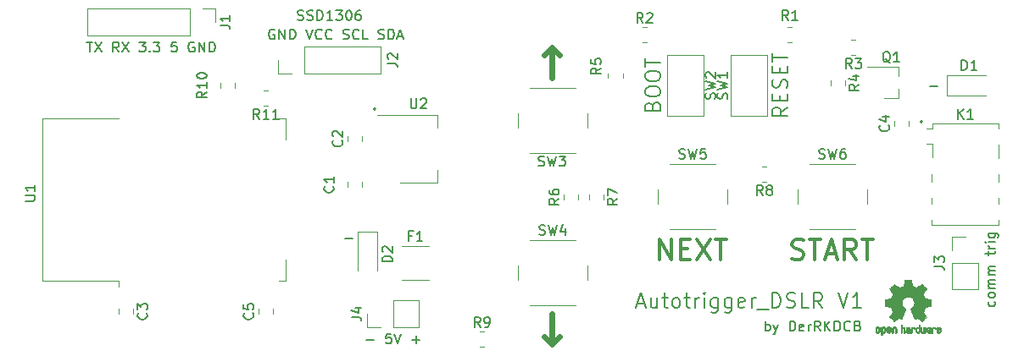
<source format=gbr>
%TF.GenerationSoftware,KiCad,Pcbnew,5.1.12-84ad8e8a86~92~ubuntu20.04.1*%
%TF.CreationDate,2021-11-19T19:38:05+01:00*%
%TF.ProjectId,autotrigger_dslr,6175746f-7472-4696-9767-65725f64736c,rev?*%
%TF.SameCoordinates,Original*%
%TF.FileFunction,Legend,Top*%
%TF.FilePolarity,Positive*%
%FSLAX46Y46*%
G04 Gerber Fmt 4.6, Leading zero omitted, Abs format (unit mm)*
G04 Created by KiCad (PCBNEW 5.1.12-84ad8e8a86~92~ubuntu20.04.1) date 2021-11-19 19:38:05*
%MOMM*%
%LPD*%
G01*
G04 APERTURE LIST*
%ADD10C,0.150000*%
%ADD11C,0.200000*%
%ADD12C,0.250000*%
%ADD13C,0.300000*%
%ADD14C,0.600000*%
%ADD15C,0.010000*%
%ADD16C,0.120000*%
G04 APERTURE END LIST*
D10*
X105775714Y-104592380D02*
X105775714Y-103592380D01*
X105775714Y-103973333D02*
X105870952Y-103925714D01*
X106061428Y-103925714D01*
X106156666Y-103973333D01*
X106204285Y-104020952D01*
X106251904Y-104116190D01*
X106251904Y-104401904D01*
X106204285Y-104497142D01*
X106156666Y-104544761D01*
X106061428Y-104592380D01*
X105870952Y-104592380D01*
X105775714Y-104544761D01*
X106585238Y-103925714D02*
X106823333Y-104592380D01*
X107061428Y-103925714D02*
X106823333Y-104592380D01*
X106728095Y-104830476D01*
X106680476Y-104878095D01*
X106585238Y-104925714D01*
X108204285Y-104592380D02*
X108204285Y-103592380D01*
X108442380Y-103592380D01*
X108585238Y-103640000D01*
X108680476Y-103735238D01*
X108728095Y-103830476D01*
X108775714Y-104020952D01*
X108775714Y-104163809D01*
X108728095Y-104354285D01*
X108680476Y-104449523D01*
X108585238Y-104544761D01*
X108442380Y-104592380D01*
X108204285Y-104592380D01*
X109585238Y-104544761D02*
X109490000Y-104592380D01*
X109299523Y-104592380D01*
X109204285Y-104544761D01*
X109156666Y-104449523D01*
X109156666Y-104068571D01*
X109204285Y-103973333D01*
X109299523Y-103925714D01*
X109490000Y-103925714D01*
X109585238Y-103973333D01*
X109632857Y-104068571D01*
X109632857Y-104163809D01*
X109156666Y-104259047D01*
X110061428Y-104592380D02*
X110061428Y-103925714D01*
X110061428Y-104116190D02*
X110109047Y-104020952D01*
X110156666Y-103973333D01*
X110251904Y-103925714D01*
X110347142Y-103925714D01*
X111251904Y-104592380D02*
X110918571Y-104116190D01*
X110680476Y-104592380D02*
X110680476Y-103592380D01*
X111061428Y-103592380D01*
X111156666Y-103640000D01*
X111204285Y-103687619D01*
X111251904Y-103782857D01*
X111251904Y-103925714D01*
X111204285Y-104020952D01*
X111156666Y-104068571D01*
X111061428Y-104116190D01*
X110680476Y-104116190D01*
X111680476Y-104592380D02*
X111680476Y-103592380D01*
X112251904Y-104592380D02*
X111823333Y-104020952D01*
X112251904Y-103592380D02*
X111680476Y-104163809D01*
X112680476Y-104592380D02*
X112680476Y-103592380D01*
X112918571Y-103592380D01*
X113061428Y-103640000D01*
X113156666Y-103735238D01*
X113204285Y-103830476D01*
X113251904Y-104020952D01*
X113251904Y-104163809D01*
X113204285Y-104354285D01*
X113156666Y-104449523D01*
X113061428Y-104544761D01*
X112918571Y-104592380D01*
X112680476Y-104592380D01*
X114251904Y-104497142D02*
X114204285Y-104544761D01*
X114061428Y-104592380D01*
X113966190Y-104592380D01*
X113823333Y-104544761D01*
X113728095Y-104449523D01*
X113680476Y-104354285D01*
X113632857Y-104163809D01*
X113632857Y-104020952D01*
X113680476Y-103830476D01*
X113728095Y-103735238D01*
X113823333Y-103640000D01*
X113966190Y-103592380D01*
X114061428Y-103592380D01*
X114204285Y-103640000D01*
X114251904Y-103687619D01*
X115013809Y-104068571D02*
X115156666Y-104116190D01*
X115204285Y-104163809D01*
X115251904Y-104259047D01*
X115251904Y-104401904D01*
X115204285Y-104497142D01*
X115156666Y-104544761D01*
X115061428Y-104592380D01*
X114680476Y-104592380D01*
X114680476Y-103592380D01*
X115013809Y-103592380D01*
X115109047Y-103640000D01*
X115156666Y-103687619D01*
X115204285Y-103782857D01*
X115204285Y-103878095D01*
X115156666Y-103973333D01*
X115109047Y-104020952D01*
X115013809Y-104068571D01*
X114680476Y-104068571D01*
D11*
X92961428Y-101850000D02*
X93675714Y-101850000D01*
X92818571Y-102278571D02*
X93318571Y-100778571D01*
X93818571Y-102278571D01*
X94961428Y-101278571D02*
X94961428Y-102278571D01*
X94318571Y-101278571D02*
X94318571Y-102064285D01*
X94390000Y-102207142D01*
X94532857Y-102278571D01*
X94747142Y-102278571D01*
X94890000Y-102207142D01*
X94961428Y-102135714D01*
X95461428Y-101278571D02*
X96032857Y-101278571D01*
X95675714Y-100778571D02*
X95675714Y-102064285D01*
X95747142Y-102207142D01*
X95890000Y-102278571D01*
X96032857Y-102278571D01*
X96747142Y-102278571D02*
X96604285Y-102207142D01*
X96532857Y-102135714D01*
X96461428Y-101992857D01*
X96461428Y-101564285D01*
X96532857Y-101421428D01*
X96604285Y-101350000D01*
X96747142Y-101278571D01*
X96961428Y-101278571D01*
X97104285Y-101350000D01*
X97175714Y-101421428D01*
X97247142Y-101564285D01*
X97247142Y-101992857D01*
X97175714Y-102135714D01*
X97104285Y-102207142D01*
X96961428Y-102278571D01*
X96747142Y-102278571D01*
X97675714Y-101278571D02*
X98247142Y-101278571D01*
X97890000Y-100778571D02*
X97890000Y-102064285D01*
X97961428Y-102207142D01*
X98104285Y-102278571D01*
X98247142Y-102278571D01*
X98747142Y-102278571D02*
X98747142Y-101278571D01*
X98747142Y-101564285D02*
X98818571Y-101421428D01*
X98890000Y-101350000D01*
X99032857Y-101278571D01*
X99175714Y-101278571D01*
X99675714Y-102278571D02*
X99675714Y-101278571D01*
X99675714Y-100778571D02*
X99604285Y-100850000D01*
X99675714Y-100921428D01*
X99747142Y-100850000D01*
X99675714Y-100778571D01*
X99675714Y-100921428D01*
X101032857Y-101278571D02*
X101032857Y-102492857D01*
X100961428Y-102635714D01*
X100890000Y-102707142D01*
X100747142Y-102778571D01*
X100532857Y-102778571D01*
X100390000Y-102707142D01*
X101032857Y-102207142D02*
X100890000Y-102278571D01*
X100604285Y-102278571D01*
X100461428Y-102207142D01*
X100390000Y-102135714D01*
X100318571Y-101992857D01*
X100318571Y-101564285D01*
X100390000Y-101421428D01*
X100461428Y-101350000D01*
X100604285Y-101278571D01*
X100890000Y-101278571D01*
X101032857Y-101350000D01*
X102390000Y-101278571D02*
X102390000Y-102492857D01*
X102318571Y-102635714D01*
X102247142Y-102707142D01*
X102104285Y-102778571D01*
X101890000Y-102778571D01*
X101747142Y-102707142D01*
X102390000Y-102207142D02*
X102247142Y-102278571D01*
X101961428Y-102278571D01*
X101818571Y-102207142D01*
X101747142Y-102135714D01*
X101675714Y-101992857D01*
X101675714Y-101564285D01*
X101747142Y-101421428D01*
X101818571Y-101350000D01*
X101961428Y-101278571D01*
X102247142Y-101278571D01*
X102390000Y-101350000D01*
X103675714Y-102207142D02*
X103532857Y-102278571D01*
X103247142Y-102278571D01*
X103104285Y-102207142D01*
X103032857Y-102064285D01*
X103032857Y-101492857D01*
X103104285Y-101350000D01*
X103247142Y-101278571D01*
X103532857Y-101278571D01*
X103675714Y-101350000D01*
X103747142Y-101492857D01*
X103747142Y-101635714D01*
X103032857Y-101778571D01*
X104390000Y-102278571D02*
X104390000Y-101278571D01*
X104390000Y-101564285D02*
X104461428Y-101421428D01*
X104532857Y-101350000D01*
X104675714Y-101278571D01*
X104818571Y-101278571D01*
X104961428Y-102421428D02*
X106104285Y-102421428D01*
X106461428Y-102278571D02*
X106461428Y-100778571D01*
X106818571Y-100778571D01*
X107032857Y-100850000D01*
X107175714Y-100992857D01*
X107247142Y-101135714D01*
X107318571Y-101421428D01*
X107318571Y-101635714D01*
X107247142Y-101921428D01*
X107175714Y-102064285D01*
X107032857Y-102207142D01*
X106818571Y-102278571D01*
X106461428Y-102278571D01*
X107890000Y-102207142D02*
X108104285Y-102278571D01*
X108461428Y-102278571D01*
X108604285Y-102207142D01*
X108675714Y-102135714D01*
X108747142Y-101992857D01*
X108747142Y-101850000D01*
X108675714Y-101707142D01*
X108604285Y-101635714D01*
X108461428Y-101564285D01*
X108175714Y-101492857D01*
X108032857Y-101421428D01*
X107961428Y-101350000D01*
X107890000Y-101207142D01*
X107890000Y-101064285D01*
X107961428Y-100921428D01*
X108032857Y-100850000D01*
X108175714Y-100778571D01*
X108532857Y-100778571D01*
X108747142Y-100850000D01*
X110104285Y-102278571D02*
X109390000Y-102278571D01*
X109390000Y-100778571D01*
X111461428Y-102278571D02*
X110961428Y-101564285D01*
X110604285Y-102278571D02*
X110604285Y-100778571D01*
X111175714Y-100778571D01*
X111318571Y-100850000D01*
X111390000Y-100921428D01*
X111461428Y-101064285D01*
X111461428Y-101278571D01*
X111390000Y-101421428D01*
X111318571Y-101492857D01*
X111175714Y-101564285D01*
X110604285Y-101564285D01*
X113032857Y-100778571D02*
X113532857Y-102278571D01*
X114032857Y-100778571D01*
X115318571Y-102278571D02*
X114461428Y-102278571D01*
X114890000Y-102278571D02*
X114890000Y-100778571D01*
X114747142Y-100992857D01*
X114604285Y-101135714D01*
X114461428Y-101207142D01*
X107993571Y-82188571D02*
X107279285Y-82688571D01*
X107993571Y-83045714D02*
X106493571Y-83045714D01*
X106493571Y-82474285D01*
X106565000Y-82331428D01*
X106636428Y-82260000D01*
X106779285Y-82188571D01*
X106993571Y-82188571D01*
X107136428Y-82260000D01*
X107207857Y-82331428D01*
X107279285Y-82474285D01*
X107279285Y-83045714D01*
X107207857Y-81545714D02*
X107207857Y-81045714D01*
X107993571Y-80831428D02*
X107993571Y-81545714D01*
X106493571Y-81545714D01*
X106493571Y-80831428D01*
X107922142Y-80260000D02*
X107993571Y-80045714D01*
X107993571Y-79688571D01*
X107922142Y-79545714D01*
X107850714Y-79474285D01*
X107707857Y-79402857D01*
X107565000Y-79402857D01*
X107422142Y-79474285D01*
X107350714Y-79545714D01*
X107279285Y-79688571D01*
X107207857Y-79974285D01*
X107136428Y-80117142D01*
X107065000Y-80188571D01*
X106922142Y-80260000D01*
X106779285Y-80260000D01*
X106636428Y-80188571D01*
X106565000Y-80117142D01*
X106493571Y-79974285D01*
X106493571Y-79617142D01*
X106565000Y-79402857D01*
X107207857Y-78760000D02*
X107207857Y-78260000D01*
X107993571Y-78045714D02*
X107993571Y-78760000D01*
X106493571Y-78760000D01*
X106493571Y-78045714D01*
X106493571Y-77617142D02*
X106493571Y-76760000D01*
X107993571Y-77188571D02*
X106493571Y-77188571D01*
X94507857Y-82045714D02*
X94579285Y-81831428D01*
X94650714Y-81760000D01*
X94793571Y-81688571D01*
X95007857Y-81688571D01*
X95150714Y-81760000D01*
X95222142Y-81831428D01*
X95293571Y-81974285D01*
X95293571Y-82545714D01*
X93793571Y-82545714D01*
X93793571Y-82045714D01*
X93865000Y-81902857D01*
X93936428Y-81831428D01*
X94079285Y-81760000D01*
X94222142Y-81760000D01*
X94365000Y-81831428D01*
X94436428Y-81902857D01*
X94507857Y-82045714D01*
X94507857Y-82545714D01*
X93793571Y-80760000D02*
X93793571Y-80474285D01*
X93865000Y-80331428D01*
X94007857Y-80188571D01*
X94293571Y-80117142D01*
X94793571Y-80117142D01*
X95079285Y-80188571D01*
X95222142Y-80331428D01*
X95293571Y-80474285D01*
X95293571Y-80760000D01*
X95222142Y-80902857D01*
X95079285Y-81045714D01*
X94793571Y-81117142D01*
X94293571Y-81117142D01*
X94007857Y-81045714D01*
X93865000Y-80902857D01*
X93793571Y-80760000D01*
X93793571Y-79188571D02*
X93793571Y-78902857D01*
X93865000Y-78760000D01*
X94007857Y-78617142D01*
X94293571Y-78545714D01*
X94793571Y-78545714D01*
X95079285Y-78617142D01*
X95222142Y-78760000D01*
X95293571Y-78902857D01*
X95293571Y-79188571D01*
X95222142Y-79331428D01*
X95079285Y-79474285D01*
X94793571Y-79545714D01*
X94293571Y-79545714D01*
X94007857Y-79474285D01*
X93865000Y-79331428D01*
X93793571Y-79188571D01*
X93793571Y-78117142D02*
X93793571Y-77260000D01*
X95293571Y-77688571D02*
X93793571Y-77688571D01*
D12*
X66675000Y-82272142D02*
X66722619Y-82319761D01*
X66675000Y-82367380D01*
X66627380Y-82319761D01*
X66675000Y-82272142D01*
X66675000Y-82367380D01*
X121285000Y-83542142D02*
X121332619Y-83589761D01*
X121285000Y-83637380D01*
X121237380Y-83589761D01*
X121285000Y-83542142D01*
X121285000Y-83637380D01*
D10*
X122174047Y-80081428D02*
X122935952Y-80081428D01*
X63754047Y-95321428D02*
X64515952Y-95321428D01*
D13*
X108442619Y-97329523D02*
X108728333Y-97424761D01*
X109204523Y-97424761D01*
X109395000Y-97329523D01*
X109490238Y-97234285D01*
X109585476Y-97043809D01*
X109585476Y-96853333D01*
X109490238Y-96662857D01*
X109395000Y-96567619D01*
X109204523Y-96472380D01*
X108823571Y-96377142D01*
X108633095Y-96281904D01*
X108537857Y-96186666D01*
X108442619Y-95996190D01*
X108442619Y-95805714D01*
X108537857Y-95615238D01*
X108633095Y-95520000D01*
X108823571Y-95424761D01*
X109299761Y-95424761D01*
X109585476Y-95520000D01*
X110156904Y-95424761D02*
X111299761Y-95424761D01*
X110728333Y-97424761D02*
X110728333Y-95424761D01*
X111871190Y-96853333D02*
X112823571Y-96853333D01*
X111680714Y-97424761D02*
X112347380Y-95424761D01*
X113014047Y-97424761D01*
X114823571Y-97424761D02*
X114156904Y-96472380D01*
X113680714Y-97424761D02*
X113680714Y-95424761D01*
X114442619Y-95424761D01*
X114633095Y-95520000D01*
X114728333Y-95615238D01*
X114823571Y-95805714D01*
X114823571Y-96091428D01*
X114728333Y-96281904D01*
X114633095Y-96377142D01*
X114442619Y-96472380D01*
X113680714Y-96472380D01*
X115395000Y-95424761D02*
X116537857Y-95424761D01*
X115966428Y-97424761D02*
X115966428Y-95424761D01*
X95234523Y-97424761D02*
X95234523Y-95424761D01*
X96377380Y-97424761D01*
X96377380Y-95424761D01*
X97329761Y-96377142D02*
X97996428Y-96377142D01*
X98282142Y-97424761D02*
X97329761Y-97424761D01*
X97329761Y-95424761D01*
X98282142Y-95424761D01*
X98948809Y-95424761D02*
X100282142Y-97424761D01*
X100282142Y-95424761D02*
X98948809Y-97424761D01*
X100758333Y-95424761D02*
X101901190Y-95424761D01*
X101329761Y-97424761D02*
X101329761Y-95424761D01*
D14*
X84455000Y-79279523D02*
X84455000Y-76231904D01*
X83693095Y-76993809D02*
X84455000Y-76231904D01*
X85216904Y-76993809D01*
X84455000Y-102901904D02*
X84455000Y-105949523D01*
X85216904Y-105187619D02*
X84455000Y-105949523D01*
X83693095Y-105187619D01*
D10*
X128674761Y-101639285D02*
X128722380Y-101734523D01*
X128722380Y-101925000D01*
X128674761Y-102020238D01*
X128627142Y-102067857D01*
X128531904Y-102115476D01*
X128246190Y-102115476D01*
X128150952Y-102067857D01*
X128103333Y-102020238D01*
X128055714Y-101925000D01*
X128055714Y-101734523D01*
X128103333Y-101639285D01*
X128722380Y-101067857D02*
X128674761Y-101163095D01*
X128627142Y-101210714D01*
X128531904Y-101258333D01*
X128246190Y-101258333D01*
X128150952Y-101210714D01*
X128103333Y-101163095D01*
X128055714Y-101067857D01*
X128055714Y-100925000D01*
X128103333Y-100829761D01*
X128150952Y-100782142D01*
X128246190Y-100734523D01*
X128531904Y-100734523D01*
X128627142Y-100782142D01*
X128674761Y-100829761D01*
X128722380Y-100925000D01*
X128722380Y-101067857D01*
X128722380Y-100305952D02*
X128055714Y-100305952D01*
X128150952Y-100305952D02*
X128103333Y-100258333D01*
X128055714Y-100163095D01*
X128055714Y-100020238D01*
X128103333Y-99925000D01*
X128198571Y-99877380D01*
X128722380Y-99877380D01*
X128198571Y-99877380D02*
X128103333Y-99829761D01*
X128055714Y-99734523D01*
X128055714Y-99591666D01*
X128103333Y-99496428D01*
X128198571Y-99448809D01*
X128722380Y-99448809D01*
X128722380Y-98972619D02*
X128055714Y-98972619D01*
X128150952Y-98972619D02*
X128103333Y-98925000D01*
X128055714Y-98829761D01*
X128055714Y-98686904D01*
X128103333Y-98591666D01*
X128198571Y-98544047D01*
X128722380Y-98544047D01*
X128198571Y-98544047D02*
X128103333Y-98496428D01*
X128055714Y-98401190D01*
X128055714Y-98258333D01*
X128103333Y-98163095D01*
X128198571Y-98115476D01*
X128722380Y-98115476D01*
X128055714Y-97020238D02*
X128055714Y-96639285D01*
X127722380Y-96877380D02*
X128579523Y-96877380D01*
X128674761Y-96829761D01*
X128722380Y-96734523D01*
X128722380Y-96639285D01*
X128722380Y-96305952D02*
X128055714Y-96305952D01*
X128246190Y-96305952D02*
X128150952Y-96258333D01*
X128103333Y-96210714D01*
X128055714Y-96115476D01*
X128055714Y-96020238D01*
X128722380Y-95686904D02*
X128055714Y-95686904D01*
X127722380Y-95686904D02*
X127770000Y-95734523D01*
X127817619Y-95686904D01*
X127770000Y-95639285D01*
X127722380Y-95686904D01*
X127817619Y-95686904D01*
X128055714Y-94782142D02*
X128865238Y-94782142D01*
X128960476Y-94829761D01*
X129008095Y-94877380D01*
X129055714Y-94972619D01*
X129055714Y-95115476D01*
X129008095Y-95210714D01*
X128674761Y-94782142D02*
X128722380Y-94877380D01*
X128722380Y-95067857D01*
X128674761Y-95163095D01*
X128627142Y-95210714D01*
X128531904Y-95258333D01*
X128246190Y-95258333D01*
X128150952Y-95210714D01*
X128103333Y-95163095D01*
X128055714Y-95067857D01*
X128055714Y-94877380D01*
X128103333Y-94782142D01*
X65913333Y-105481428D02*
X66675238Y-105481428D01*
X68389523Y-104862380D02*
X67913333Y-104862380D01*
X67865714Y-105338571D01*
X67913333Y-105290952D01*
X68008571Y-105243333D01*
X68246666Y-105243333D01*
X68341904Y-105290952D01*
X68389523Y-105338571D01*
X68437142Y-105433809D01*
X68437142Y-105671904D01*
X68389523Y-105767142D01*
X68341904Y-105814761D01*
X68246666Y-105862380D01*
X68008571Y-105862380D01*
X67913333Y-105814761D01*
X67865714Y-105767142D01*
X68722857Y-104862380D02*
X69056190Y-105862380D01*
X69389523Y-104862380D01*
X70484761Y-105481428D02*
X71246666Y-105481428D01*
X70865714Y-105862380D02*
X70865714Y-105100476D01*
X37997619Y-75652380D02*
X38569047Y-75652380D01*
X38283333Y-76652380D02*
X38283333Y-75652380D01*
X38807142Y-75652380D02*
X39473809Y-76652380D01*
X39473809Y-75652380D02*
X38807142Y-76652380D01*
X41188095Y-76652380D02*
X40854761Y-76176190D01*
X40616666Y-76652380D02*
X40616666Y-75652380D01*
X40997619Y-75652380D01*
X41092857Y-75700000D01*
X41140476Y-75747619D01*
X41188095Y-75842857D01*
X41188095Y-75985714D01*
X41140476Y-76080952D01*
X41092857Y-76128571D01*
X40997619Y-76176190D01*
X40616666Y-76176190D01*
X41521428Y-75652380D02*
X42188095Y-76652380D01*
X42188095Y-75652380D02*
X41521428Y-76652380D01*
X43235714Y-75652380D02*
X43854761Y-75652380D01*
X43521428Y-76033333D01*
X43664285Y-76033333D01*
X43759523Y-76080952D01*
X43807142Y-76128571D01*
X43854761Y-76223809D01*
X43854761Y-76461904D01*
X43807142Y-76557142D01*
X43759523Y-76604761D01*
X43664285Y-76652380D01*
X43378571Y-76652380D01*
X43283333Y-76604761D01*
X43235714Y-76557142D01*
X44283333Y-76557142D02*
X44330952Y-76604761D01*
X44283333Y-76652380D01*
X44235714Y-76604761D01*
X44283333Y-76557142D01*
X44283333Y-76652380D01*
X44664285Y-75652380D02*
X45283333Y-75652380D01*
X44950000Y-76033333D01*
X45092857Y-76033333D01*
X45188095Y-76080952D01*
X45235714Y-76128571D01*
X45283333Y-76223809D01*
X45283333Y-76461904D01*
X45235714Y-76557142D01*
X45188095Y-76604761D01*
X45092857Y-76652380D01*
X44807142Y-76652380D01*
X44711904Y-76604761D01*
X44664285Y-76557142D01*
X46950000Y-75652380D02*
X46473809Y-75652380D01*
X46426190Y-76128571D01*
X46473809Y-76080952D01*
X46569047Y-76033333D01*
X46807142Y-76033333D01*
X46902380Y-76080952D01*
X46950000Y-76128571D01*
X46997619Y-76223809D01*
X46997619Y-76461904D01*
X46950000Y-76557142D01*
X46902380Y-76604761D01*
X46807142Y-76652380D01*
X46569047Y-76652380D01*
X46473809Y-76604761D01*
X46426190Y-76557142D01*
X48711904Y-75700000D02*
X48616666Y-75652380D01*
X48473809Y-75652380D01*
X48330952Y-75700000D01*
X48235714Y-75795238D01*
X48188095Y-75890476D01*
X48140476Y-76080952D01*
X48140476Y-76223809D01*
X48188095Y-76414285D01*
X48235714Y-76509523D01*
X48330952Y-76604761D01*
X48473809Y-76652380D01*
X48569047Y-76652380D01*
X48711904Y-76604761D01*
X48759523Y-76557142D01*
X48759523Y-76223809D01*
X48569047Y-76223809D01*
X49188095Y-76652380D02*
X49188095Y-75652380D01*
X49759523Y-76652380D01*
X49759523Y-75652380D01*
X50235714Y-76652380D02*
X50235714Y-75652380D01*
X50473809Y-75652380D01*
X50616666Y-75700000D01*
X50711904Y-75795238D01*
X50759523Y-75890476D01*
X50807142Y-76080952D01*
X50807142Y-76223809D01*
X50759523Y-76414285D01*
X50711904Y-76509523D01*
X50616666Y-76604761D01*
X50473809Y-76652380D01*
X50235714Y-76652380D01*
X56745952Y-74430000D02*
X56650714Y-74382380D01*
X56507857Y-74382380D01*
X56365000Y-74430000D01*
X56269761Y-74525238D01*
X56222142Y-74620476D01*
X56174523Y-74810952D01*
X56174523Y-74953809D01*
X56222142Y-75144285D01*
X56269761Y-75239523D01*
X56365000Y-75334761D01*
X56507857Y-75382380D01*
X56603095Y-75382380D01*
X56745952Y-75334761D01*
X56793571Y-75287142D01*
X56793571Y-74953809D01*
X56603095Y-74953809D01*
X57222142Y-75382380D02*
X57222142Y-74382380D01*
X57793571Y-75382380D01*
X57793571Y-74382380D01*
X58269761Y-75382380D02*
X58269761Y-74382380D01*
X58507857Y-74382380D01*
X58650714Y-74430000D01*
X58745952Y-74525238D01*
X58793571Y-74620476D01*
X58841190Y-74810952D01*
X58841190Y-74953809D01*
X58793571Y-75144285D01*
X58745952Y-75239523D01*
X58650714Y-75334761D01*
X58507857Y-75382380D01*
X58269761Y-75382380D01*
X59888809Y-74382380D02*
X60222142Y-75382380D01*
X60555476Y-74382380D01*
X61460238Y-75287142D02*
X61412619Y-75334761D01*
X61269761Y-75382380D01*
X61174523Y-75382380D01*
X61031666Y-75334761D01*
X60936428Y-75239523D01*
X60888809Y-75144285D01*
X60841190Y-74953809D01*
X60841190Y-74810952D01*
X60888809Y-74620476D01*
X60936428Y-74525238D01*
X61031666Y-74430000D01*
X61174523Y-74382380D01*
X61269761Y-74382380D01*
X61412619Y-74430000D01*
X61460238Y-74477619D01*
X62460238Y-75287142D02*
X62412619Y-75334761D01*
X62269761Y-75382380D01*
X62174523Y-75382380D01*
X62031666Y-75334761D01*
X61936428Y-75239523D01*
X61888809Y-75144285D01*
X61841190Y-74953809D01*
X61841190Y-74810952D01*
X61888809Y-74620476D01*
X61936428Y-74525238D01*
X62031666Y-74430000D01*
X62174523Y-74382380D01*
X62269761Y-74382380D01*
X62412619Y-74430000D01*
X62460238Y-74477619D01*
X63603095Y-75334761D02*
X63745952Y-75382380D01*
X63984047Y-75382380D01*
X64079285Y-75334761D01*
X64126904Y-75287142D01*
X64174523Y-75191904D01*
X64174523Y-75096666D01*
X64126904Y-75001428D01*
X64079285Y-74953809D01*
X63984047Y-74906190D01*
X63793571Y-74858571D01*
X63698333Y-74810952D01*
X63650714Y-74763333D01*
X63603095Y-74668095D01*
X63603095Y-74572857D01*
X63650714Y-74477619D01*
X63698333Y-74430000D01*
X63793571Y-74382380D01*
X64031666Y-74382380D01*
X64174523Y-74430000D01*
X65174523Y-75287142D02*
X65126904Y-75334761D01*
X64984047Y-75382380D01*
X64888809Y-75382380D01*
X64745952Y-75334761D01*
X64650714Y-75239523D01*
X64603095Y-75144285D01*
X64555476Y-74953809D01*
X64555476Y-74810952D01*
X64603095Y-74620476D01*
X64650714Y-74525238D01*
X64745952Y-74430000D01*
X64888809Y-74382380D01*
X64984047Y-74382380D01*
X65126904Y-74430000D01*
X65174523Y-74477619D01*
X66079285Y-75382380D02*
X65603095Y-75382380D01*
X65603095Y-74382380D01*
X67126904Y-75334761D02*
X67269761Y-75382380D01*
X67507857Y-75382380D01*
X67603095Y-75334761D01*
X67650714Y-75287142D01*
X67698333Y-75191904D01*
X67698333Y-75096666D01*
X67650714Y-75001428D01*
X67603095Y-74953809D01*
X67507857Y-74906190D01*
X67317380Y-74858571D01*
X67222142Y-74810952D01*
X67174523Y-74763333D01*
X67126904Y-74668095D01*
X67126904Y-74572857D01*
X67174523Y-74477619D01*
X67222142Y-74430000D01*
X67317380Y-74382380D01*
X67555476Y-74382380D01*
X67698333Y-74430000D01*
X68126904Y-75382380D02*
X68126904Y-74382380D01*
X68365000Y-74382380D01*
X68507857Y-74430000D01*
X68603095Y-74525238D01*
X68650714Y-74620476D01*
X68698333Y-74810952D01*
X68698333Y-74953809D01*
X68650714Y-75144285D01*
X68603095Y-75239523D01*
X68507857Y-75334761D01*
X68365000Y-75382380D01*
X68126904Y-75382380D01*
X69079285Y-75096666D02*
X69555476Y-75096666D01*
X68984047Y-75382380D02*
X69317380Y-74382380D01*
X69650714Y-75382380D01*
X59063333Y-73429761D02*
X59206190Y-73477380D01*
X59444285Y-73477380D01*
X59539523Y-73429761D01*
X59587142Y-73382142D01*
X59634761Y-73286904D01*
X59634761Y-73191666D01*
X59587142Y-73096428D01*
X59539523Y-73048809D01*
X59444285Y-73001190D01*
X59253809Y-72953571D01*
X59158571Y-72905952D01*
X59110952Y-72858333D01*
X59063333Y-72763095D01*
X59063333Y-72667857D01*
X59110952Y-72572619D01*
X59158571Y-72525000D01*
X59253809Y-72477380D01*
X59491904Y-72477380D01*
X59634761Y-72525000D01*
X60015714Y-73429761D02*
X60158571Y-73477380D01*
X60396666Y-73477380D01*
X60491904Y-73429761D01*
X60539523Y-73382142D01*
X60587142Y-73286904D01*
X60587142Y-73191666D01*
X60539523Y-73096428D01*
X60491904Y-73048809D01*
X60396666Y-73001190D01*
X60206190Y-72953571D01*
X60110952Y-72905952D01*
X60063333Y-72858333D01*
X60015714Y-72763095D01*
X60015714Y-72667857D01*
X60063333Y-72572619D01*
X60110952Y-72525000D01*
X60206190Y-72477380D01*
X60444285Y-72477380D01*
X60587142Y-72525000D01*
X61015714Y-73477380D02*
X61015714Y-72477380D01*
X61253809Y-72477380D01*
X61396666Y-72525000D01*
X61491904Y-72620238D01*
X61539523Y-72715476D01*
X61587142Y-72905952D01*
X61587142Y-73048809D01*
X61539523Y-73239285D01*
X61491904Y-73334523D01*
X61396666Y-73429761D01*
X61253809Y-73477380D01*
X61015714Y-73477380D01*
X62539523Y-73477380D02*
X61968095Y-73477380D01*
X62253809Y-73477380D02*
X62253809Y-72477380D01*
X62158571Y-72620238D01*
X62063333Y-72715476D01*
X61968095Y-72763095D01*
X62872857Y-72477380D02*
X63491904Y-72477380D01*
X63158571Y-72858333D01*
X63301428Y-72858333D01*
X63396666Y-72905952D01*
X63444285Y-72953571D01*
X63491904Y-73048809D01*
X63491904Y-73286904D01*
X63444285Y-73382142D01*
X63396666Y-73429761D01*
X63301428Y-73477380D01*
X63015714Y-73477380D01*
X62920476Y-73429761D01*
X62872857Y-73382142D01*
X64110952Y-72477380D02*
X64206190Y-72477380D01*
X64301428Y-72525000D01*
X64349047Y-72572619D01*
X64396666Y-72667857D01*
X64444285Y-72858333D01*
X64444285Y-73096428D01*
X64396666Y-73286904D01*
X64349047Y-73382142D01*
X64301428Y-73429761D01*
X64206190Y-73477380D01*
X64110952Y-73477380D01*
X64015714Y-73429761D01*
X63968095Y-73382142D01*
X63920476Y-73286904D01*
X63872857Y-73096428D01*
X63872857Y-72858333D01*
X63920476Y-72667857D01*
X63968095Y-72572619D01*
X64015714Y-72525000D01*
X64110952Y-72477380D01*
X65301428Y-72477380D02*
X65110952Y-72477380D01*
X65015714Y-72525000D01*
X64968095Y-72572619D01*
X64872857Y-72715476D01*
X64825238Y-72905952D01*
X64825238Y-73286904D01*
X64872857Y-73382142D01*
X64920476Y-73429761D01*
X65015714Y-73477380D01*
X65206190Y-73477380D01*
X65301428Y-73429761D01*
X65349047Y-73382142D01*
X65396666Y-73286904D01*
X65396666Y-73048809D01*
X65349047Y-72953571D01*
X65301428Y-72905952D01*
X65206190Y-72858333D01*
X65015714Y-72858333D01*
X64920476Y-72905952D01*
X64872857Y-72953571D01*
X64825238Y-73048809D01*
D15*
%TO.C,REF\u002A\u002A*%
G36*
X117614744Y-104154918D02*
G01*
X117670201Y-104182568D01*
X117719148Y-104233480D01*
X117732629Y-104252338D01*
X117747314Y-104277015D01*
X117756842Y-104303816D01*
X117762293Y-104339587D01*
X117764747Y-104391169D01*
X117765286Y-104459267D01*
X117762852Y-104552588D01*
X117754394Y-104622657D01*
X117738174Y-104674931D01*
X117712454Y-104714869D01*
X117675497Y-104747929D01*
X117672782Y-104749886D01*
X117636360Y-104769908D01*
X117592502Y-104779815D01*
X117536724Y-104782257D01*
X117446048Y-104782257D01*
X117446010Y-104870283D01*
X117445166Y-104919308D01*
X117440024Y-104948065D01*
X117426587Y-104965311D01*
X117400858Y-104979808D01*
X117394679Y-104982769D01*
X117365764Y-104996648D01*
X117343376Y-105005414D01*
X117326729Y-105006171D01*
X117315036Y-104996023D01*
X117307510Y-104972073D01*
X117303366Y-104931426D01*
X117301815Y-104871186D01*
X117302071Y-104788455D01*
X117303349Y-104680339D01*
X117303748Y-104648000D01*
X117305185Y-104536524D01*
X117306472Y-104463603D01*
X117445971Y-104463603D01*
X117446755Y-104525499D01*
X117450240Y-104565997D01*
X117458124Y-104592708D01*
X117472105Y-104613244D01*
X117481597Y-104623260D01*
X117520404Y-104652567D01*
X117554763Y-104654952D01*
X117590216Y-104630750D01*
X117591114Y-104629857D01*
X117605539Y-104611153D01*
X117614313Y-104585732D01*
X117618739Y-104546584D01*
X117620118Y-104486697D01*
X117620143Y-104473430D01*
X117616812Y-104390901D01*
X117605969Y-104333691D01*
X117586340Y-104298766D01*
X117556650Y-104283094D01*
X117539491Y-104281514D01*
X117498766Y-104288926D01*
X117470832Y-104313330D01*
X117454017Y-104357980D01*
X117446650Y-104426130D01*
X117445971Y-104463603D01*
X117306472Y-104463603D01*
X117306708Y-104450245D01*
X117308677Y-104385333D01*
X117311450Y-104337958D01*
X117315388Y-104304290D01*
X117320849Y-104280498D01*
X117328192Y-104262753D01*
X117337777Y-104247224D01*
X117341887Y-104241381D01*
X117396405Y-104186185D01*
X117465336Y-104154890D01*
X117545072Y-104146165D01*
X117614744Y-104154918D01*
G37*
X117614744Y-104154918D02*
X117670201Y-104182568D01*
X117719148Y-104233480D01*
X117732629Y-104252338D01*
X117747314Y-104277015D01*
X117756842Y-104303816D01*
X117762293Y-104339587D01*
X117764747Y-104391169D01*
X117765286Y-104459267D01*
X117762852Y-104552588D01*
X117754394Y-104622657D01*
X117738174Y-104674931D01*
X117712454Y-104714869D01*
X117675497Y-104747929D01*
X117672782Y-104749886D01*
X117636360Y-104769908D01*
X117592502Y-104779815D01*
X117536724Y-104782257D01*
X117446048Y-104782257D01*
X117446010Y-104870283D01*
X117445166Y-104919308D01*
X117440024Y-104948065D01*
X117426587Y-104965311D01*
X117400858Y-104979808D01*
X117394679Y-104982769D01*
X117365764Y-104996648D01*
X117343376Y-105005414D01*
X117326729Y-105006171D01*
X117315036Y-104996023D01*
X117307510Y-104972073D01*
X117303366Y-104931426D01*
X117301815Y-104871186D01*
X117302071Y-104788455D01*
X117303349Y-104680339D01*
X117303748Y-104648000D01*
X117305185Y-104536524D01*
X117306472Y-104463603D01*
X117445971Y-104463603D01*
X117446755Y-104525499D01*
X117450240Y-104565997D01*
X117458124Y-104592708D01*
X117472105Y-104613244D01*
X117481597Y-104623260D01*
X117520404Y-104652567D01*
X117554763Y-104654952D01*
X117590216Y-104630750D01*
X117591114Y-104629857D01*
X117605539Y-104611153D01*
X117614313Y-104585732D01*
X117618739Y-104546584D01*
X117620118Y-104486697D01*
X117620143Y-104473430D01*
X117616812Y-104390901D01*
X117605969Y-104333691D01*
X117586340Y-104298766D01*
X117556650Y-104283094D01*
X117539491Y-104281514D01*
X117498766Y-104288926D01*
X117470832Y-104313330D01*
X117454017Y-104357980D01*
X117446650Y-104426130D01*
X117445971Y-104463603D01*
X117306472Y-104463603D01*
X117306708Y-104450245D01*
X117308677Y-104385333D01*
X117311450Y-104337958D01*
X117315388Y-104304290D01*
X117320849Y-104280498D01*
X117328192Y-104262753D01*
X117337777Y-104247224D01*
X117341887Y-104241381D01*
X117396405Y-104186185D01*
X117465336Y-104154890D01*
X117545072Y-104146165D01*
X117614744Y-104154918D01*
G36*
X118731093Y-104162780D02*
G01*
X118777672Y-104189723D01*
X118810057Y-104216466D01*
X118833742Y-104244484D01*
X118850059Y-104278748D01*
X118860339Y-104324227D01*
X118865914Y-104385892D01*
X118868116Y-104468711D01*
X118868371Y-104528246D01*
X118868371Y-104747391D01*
X118806686Y-104775044D01*
X118745000Y-104802697D01*
X118737743Y-104562670D01*
X118734744Y-104473028D01*
X118731598Y-104407962D01*
X118727701Y-104363026D01*
X118722447Y-104333770D01*
X118715231Y-104315748D01*
X118705450Y-104304511D01*
X118702312Y-104302079D01*
X118654761Y-104283083D01*
X118606697Y-104290600D01*
X118578086Y-104310543D01*
X118566447Y-104324675D01*
X118558391Y-104343220D01*
X118553271Y-104371334D01*
X118550441Y-104414173D01*
X118549256Y-104476895D01*
X118549057Y-104542261D01*
X118549018Y-104624268D01*
X118547614Y-104682316D01*
X118542914Y-104721465D01*
X118532987Y-104746780D01*
X118515903Y-104763323D01*
X118489732Y-104776156D01*
X118454775Y-104789491D01*
X118416596Y-104804007D01*
X118421141Y-104546389D01*
X118422971Y-104453519D01*
X118425112Y-104384889D01*
X118428181Y-104335711D01*
X118432794Y-104301198D01*
X118439568Y-104276562D01*
X118449119Y-104257016D01*
X118460634Y-104239770D01*
X118516190Y-104184680D01*
X118583980Y-104152822D01*
X118657713Y-104145191D01*
X118731093Y-104162780D01*
G37*
X118731093Y-104162780D02*
X118777672Y-104189723D01*
X118810057Y-104216466D01*
X118833742Y-104244484D01*
X118850059Y-104278748D01*
X118860339Y-104324227D01*
X118865914Y-104385892D01*
X118868116Y-104468711D01*
X118868371Y-104528246D01*
X118868371Y-104747391D01*
X118806686Y-104775044D01*
X118745000Y-104802697D01*
X118737743Y-104562670D01*
X118734744Y-104473028D01*
X118731598Y-104407962D01*
X118727701Y-104363026D01*
X118722447Y-104333770D01*
X118715231Y-104315748D01*
X118705450Y-104304511D01*
X118702312Y-104302079D01*
X118654761Y-104283083D01*
X118606697Y-104290600D01*
X118578086Y-104310543D01*
X118566447Y-104324675D01*
X118558391Y-104343220D01*
X118553271Y-104371334D01*
X118550441Y-104414173D01*
X118549256Y-104476895D01*
X118549057Y-104542261D01*
X118549018Y-104624268D01*
X118547614Y-104682316D01*
X118542914Y-104721465D01*
X118532987Y-104746780D01*
X118515903Y-104763323D01*
X118489732Y-104776156D01*
X118454775Y-104789491D01*
X118416596Y-104804007D01*
X118421141Y-104546389D01*
X118422971Y-104453519D01*
X118425112Y-104384889D01*
X118428181Y-104335711D01*
X118432794Y-104301198D01*
X118439568Y-104276562D01*
X118449119Y-104257016D01*
X118460634Y-104239770D01*
X118516190Y-104184680D01*
X118583980Y-104152822D01*
X118657713Y-104145191D01*
X118731093Y-104162780D01*
G36*
X117056115Y-104156962D02*
G01*
X117124145Y-104192733D01*
X117174351Y-104250301D01*
X117192185Y-104287312D01*
X117206063Y-104342882D01*
X117213167Y-104413096D01*
X117213840Y-104489727D01*
X117208427Y-104564552D01*
X117197270Y-104629342D01*
X117180714Y-104675873D01*
X117175626Y-104683887D01*
X117115355Y-104743707D01*
X117043769Y-104779535D01*
X116966092Y-104790020D01*
X116887548Y-104773810D01*
X116865689Y-104764092D01*
X116823122Y-104734143D01*
X116785763Y-104694433D01*
X116782232Y-104689397D01*
X116767881Y-104665124D01*
X116758394Y-104639178D01*
X116752790Y-104605022D01*
X116750086Y-104556119D01*
X116749299Y-104485935D01*
X116749286Y-104470200D01*
X116749322Y-104465192D01*
X116894429Y-104465192D01*
X116895273Y-104531430D01*
X116898596Y-104575386D01*
X116905583Y-104603779D01*
X116917416Y-104623325D01*
X116923457Y-104629857D01*
X116958186Y-104654680D01*
X116991903Y-104653548D01*
X117025995Y-104632016D01*
X117046329Y-104609029D01*
X117058371Y-104575478D01*
X117065134Y-104522569D01*
X117065598Y-104516399D01*
X117066752Y-104420513D01*
X117054688Y-104349299D01*
X117029570Y-104303194D01*
X116991560Y-104282635D01*
X116977992Y-104281514D01*
X116942364Y-104287152D01*
X116917994Y-104306686D01*
X116903093Y-104344042D01*
X116895875Y-104403150D01*
X116894429Y-104465192D01*
X116749322Y-104465192D01*
X116749826Y-104395413D01*
X116752096Y-104343159D01*
X116757068Y-104306949D01*
X116765713Y-104280299D01*
X116779005Y-104256722D01*
X116781943Y-104252338D01*
X116831313Y-104193249D01*
X116885109Y-104158947D01*
X116950602Y-104145331D01*
X116972842Y-104144665D01*
X117056115Y-104156962D01*
G37*
X117056115Y-104156962D02*
X117124145Y-104192733D01*
X117174351Y-104250301D01*
X117192185Y-104287312D01*
X117206063Y-104342882D01*
X117213167Y-104413096D01*
X117213840Y-104489727D01*
X117208427Y-104564552D01*
X117197270Y-104629342D01*
X117180714Y-104675873D01*
X117175626Y-104683887D01*
X117115355Y-104743707D01*
X117043769Y-104779535D01*
X116966092Y-104790020D01*
X116887548Y-104773810D01*
X116865689Y-104764092D01*
X116823122Y-104734143D01*
X116785763Y-104694433D01*
X116782232Y-104689397D01*
X116767881Y-104665124D01*
X116758394Y-104639178D01*
X116752790Y-104605022D01*
X116750086Y-104556119D01*
X116749299Y-104485935D01*
X116749286Y-104470200D01*
X116749322Y-104465192D01*
X116894429Y-104465192D01*
X116895273Y-104531430D01*
X116898596Y-104575386D01*
X116905583Y-104603779D01*
X116917416Y-104623325D01*
X116923457Y-104629857D01*
X116958186Y-104654680D01*
X116991903Y-104653548D01*
X117025995Y-104632016D01*
X117046329Y-104609029D01*
X117058371Y-104575478D01*
X117065134Y-104522569D01*
X117065598Y-104516399D01*
X117066752Y-104420513D01*
X117054688Y-104349299D01*
X117029570Y-104303194D01*
X116991560Y-104282635D01*
X116977992Y-104281514D01*
X116942364Y-104287152D01*
X116917994Y-104306686D01*
X116903093Y-104344042D01*
X116895875Y-104403150D01*
X116894429Y-104465192D01*
X116749322Y-104465192D01*
X116749826Y-104395413D01*
X116752096Y-104343159D01*
X116757068Y-104306949D01*
X116765713Y-104280299D01*
X116779005Y-104256722D01*
X116781943Y-104252338D01*
X116831313Y-104193249D01*
X116885109Y-104158947D01*
X116950602Y-104145331D01*
X116972842Y-104144665D01*
X117056115Y-104156962D01*
G36*
X118183303Y-104166239D02*
G01*
X118240527Y-104204735D01*
X118284749Y-104260335D01*
X118311167Y-104331086D01*
X118316510Y-104383162D01*
X118315903Y-104404893D01*
X118310822Y-104421531D01*
X118296855Y-104436437D01*
X118269589Y-104452973D01*
X118224612Y-104474498D01*
X118157511Y-104504374D01*
X118157171Y-104504524D01*
X118095407Y-104532813D01*
X118044759Y-104557933D01*
X118010404Y-104577179D01*
X117997518Y-104587848D01*
X117997514Y-104587934D01*
X118008872Y-104611166D01*
X118035431Y-104636774D01*
X118065923Y-104655221D01*
X118081370Y-104658886D01*
X118123515Y-104646212D01*
X118159808Y-104614471D01*
X118177517Y-104579572D01*
X118194552Y-104553845D01*
X118227922Y-104524546D01*
X118267149Y-104499235D01*
X118301756Y-104485471D01*
X118308993Y-104484714D01*
X118317139Y-104497160D01*
X118317630Y-104528972D01*
X118311643Y-104571866D01*
X118300357Y-104617558D01*
X118284950Y-104657761D01*
X118284171Y-104659322D01*
X118237804Y-104724062D01*
X118177711Y-104768097D01*
X118109465Y-104789711D01*
X118038638Y-104787185D01*
X117970804Y-104758804D01*
X117967788Y-104756808D01*
X117914427Y-104708448D01*
X117879340Y-104645352D01*
X117859922Y-104562387D01*
X117857316Y-104539078D01*
X117852701Y-104429055D01*
X117858233Y-104377748D01*
X117997514Y-104377748D01*
X117999324Y-104409753D01*
X118009222Y-104419093D01*
X118033898Y-104412105D01*
X118072795Y-104395587D01*
X118116275Y-104374881D01*
X118117356Y-104374333D01*
X118154209Y-104354949D01*
X118169000Y-104342013D01*
X118165353Y-104328451D01*
X118149995Y-104310632D01*
X118110923Y-104284845D01*
X118068846Y-104282950D01*
X118031103Y-104301717D01*
X118005034Y-104337915D01*
X117997514Y-104377748D01*
X117858233Y-104377748D01*
X117862194Y-104341027D01*
X117886550Y-104271212D01*
X117920456Y-104222302D01*
X117981653Y-104172878D01*
X118049063Y-104148359D01*
X118117880Y-104146797D01*
X118183303Y-104166239D01*
G37*
X118183303Y-104166239D02*
X118240527Y-104204735D01*
X118284749Y-104260335D01*
X118311167Y-104331086D01*
X118316510Y-104383162D01*
X118315903Y-104404893D01*
X118310822Y-104421531D01*
X118296855Y-104436437D01*
X118269589Y-104452973D01*
X118224612Y-104474498D01*
X118157511Y-104504374D01*
X118157171Y-104504524D01*
X118095407Y-104532813D01*
X118044759Y-104557933D01*
X118010404Y-104577179D01*
X117997518Y-104587848D01*
X117997514Y-104587934D01*
X118008872Y-104611166D01*
X118035431Y-104636774D01*
X118065923Y-104655221D01*
X118081370Y-104658886D01*
X118123515Y-104646212D01*
X118159808Y-104614471D01*
X118177517Y-104579572D01*
X118194552Y-104553845D01*
X118227922Y-104524546D01*
X118267149Y-104499235D01*
X118301756Y-104485471D01*
X118308993Y-104484714D01*
X118317139Y-104497160D01*
X118317630Y-104528972D01*
X118311643Y-104571866D01*
X118300357Y-104617558D01*
X118284950Y-104657761D01*
X118284171Y-104659322D01*
X118237804Y-104724062D01*
X118177711Y-104768097D01*
X118109465Y-104789711D01*
X118038638Y-104787185D01*
X117970804Y-104758804D01*
X117967788Y-104756808D01*
X117914427Y-104708448D01*
X117879340Y-104645352D01*
X117859922Y-104562387D01*
X117857316Y-104539078D01*
X117852701Y-104429055D01*
X117858233Y-104377748D01*
X117997514Y-104377748D01*
X117999324Y-104409753D01*
X118009222Y-104419093D01*
X118033898Y-104412105D01*
X118072795Y-104395587D01*
X118116275Y-104374881D01*
X118117356Y-104374333D01*
X118154209Y-104354949D01*
X118169000Y-104342013D01*
X118165353Y-104328451D01*
X118149995Y-104310632D01*
X118110923Y-104284845D01*
X118068846Y-104282950D01*
X118031103Y-104301717D01*
X118005034Y-104337915D01*
X117997514Y-104377748D01*
X117858233Y-104377748D01*
X117862194Y-104341027D01*
X117886550Y-104271212D01*
X117920456Y-104222302D01*
X117981653Y-104172878D01*
X118049063Y-104148359D01*
X118117880Y-104146797D01*
X118183303Y-104166239D01*
G36*
X119390886Y-104086289D02*
G01*
X119395139Y-104145613D01*
X119400025Y-104180572D01*
X119406795Y-104195820D01*
X119416702Y-104196015D01*
X119419914Y-104194195D01*
X119462644Y-104181015D01*
X119518227Y-104181785D01*
X119574737Y-104195333D01*
X119610082Y-104212861D01*
X119646321Y-104240861D01*
X119672813Y-104272549D01*
X119690999Y-104312813D01*
X119702322Y-104366543D01*
X119708222Y-104438626D01*
X119710143Y-104533951D01*
X119710177Y-104552237D01*
X119710200Y-104757646D01*
X119664491Y-104773580D01*
X119632027Y-104784420D01*
X119614215Y-104789468D01*
X119613691Y-104789514D01*
X119611937Y-104775828D01*
X119610444Y-104738076D01*
X119609326Y-104681224D01*
X119608697Y-104610234D01*
X119608600Y-104567073D01*
X119608398Y-104481973D01*
X119607358Y-104420981D01*
X119604831Y-104379177D01*
X119600164Y-104351642D01*
X119592707Y-104333456D01*
X119581811Y-104319698D01*
X119575007Y-104313073D01*
X119528272Y-104286375D01*
X119477272Y-104284375D01*
X119431001Y-104306955D01*
X119422444Y-104315107D01*
X119409893Y-104330436D01*
X119401188Y-104348618D01*
X119395631Y-104374909D01*
X119392526Y-104414562D01*
X119391176Y-104472832D01*
X119390886Y-104553173D01*
X119390886Y-104757646D01*
X119345177Y-104773580D01*
X119312713Y-104784420D01*
X119294901Y-104789468D01*
X119294377Y-104789514D01*
X119293037Y-104775623D01*
X119291828Y-104736439D01*
X119290801Y-104675700D01*
X119290002Y-104597141D01*
X119289481Y-104504498D01*
X119289286Y-104401509D01*
X119289286Y-104004342D01*
X119336457Y-103984444D01*
X119383629Y-103964547D01*
X119390886Y-104086289D01*
G37*
X119390886Y-104086289D02*
X119395139Y-104145613D01*
X119400025Y-104180572D01*
X119406795Y-104195820D01*
X119416702Y-104196015D01*
X119419914Y-104194195D01*
X119462644Y-104181015D01*
X119518227Y-104181785D01*
X119574737Y-104195333D01*
X119610082Y-104212861D01*
X119646321Y-104240861D01*
X119672813Y-104272549D01*
X119690999Y-104312813D01*
X119702322Y-104366543D01*
X119708222Y-104438626D01*
X119710143Y-104533951D01*
X119710177Y-104552237D01*
X119710200Y-104757646D01*
X119664491Y-104773580D01*
X119632027Y-104784420D01*
X119614215Y-104789468D01*
X119613691Y-104789514D01*
X119611937Y-104775828D01*
X119610444Y-104738076D01*
X119609326Y-104681224D01*
X119608697Y-104610234D01*
X119608600Y-104567073D01*
X119608398Y-104481973D01*
X119607358Y-104420981D01*
X119604831Y-104379177D01*
X119600164Y-104351642D01*
X119592707Y-104333456D01*
X119581811Y-104319698D01*
X119575007Y-104313073D01*
X119528272Y-104286375D01*
X119477272Y-104284375D01*
X119431001Y-104306955D01*
X119422444Y-104315107D01*
X119409893Y-104330436D01*
X119401188Y-104348618D01*
X119395631Y-104374909D01*
X119392526Y-104414562D01*
X119391176Y-104472832D01*
X119390886Y-104553173D01*
X119390886Y-104757646D01*
X119345177Y-104773580D01*
X119312713Y-104784420D01*
X119294901Y-104789468D01*
X119294377Y-104789514D01*
X119293037Y-104775623D01*
X119291828Y-104736439D01*
X119290801Y-104675700D01*
X119290002Y-104597141D01*
X119289481Y-104504498D01*
X119289286Y-104401509D01*
X119289286Y-104004342D01*
X119336457Y-103984444D01*
X119383629Y-103964547D01*
X119390886Y-104086289D01*
G36*
X120054744Y-104185968D02*
G01*
X120111616Y-104207087D01*
X120112267Y-104207493D01*
X120147440Y-104233380D01*
X120173407Y-104263633D01*
X120191670Y-104303058D01*
X120203732Y-104356462D01*
X120211096Y-104428651D01*
X120215264Y-104524432D01*
X120215629Y-104538078D01*
X120220876Y-104743842D01*
X120176716Y-104766678D01*
X120144763Y-104782110D01*
X120125470Y-104789423D01*
X120124578Y-104789514D01*
X120121239Y-104776022D01*
X120118587Y-104739626D01*
X120116956Y-104686452D01*
X120116600Y-104643393D01*
X120116592Y-104573641D01*
X120113403Y-104529837D01*
X120102288Y-104508944D01*
X120078501Y-104507925D01*
X120037296Y-104523741D01*
X119975086Y-104552815D01*
X119929341Y-104576963D01*
X119905813Y-104597913D01*
X119898896Y-104620747D01*
X119898886Y-104621877D01*
X119910299Y-104661212D01*
X119944092Y-104682462D01*
X119995809Y-104685539D01*
X120033061Y-104685006D01*
X120052703Y-104695735D01*
X120064952Y-104721505D01*
X120072002Y-104754337D01*
X120061842Y-104772966D01*
X120058017Y-104775632D01*
X120022001Y-104786340D01*
X119971566Y-104787856D01*
X119919626Y-104780759D01*
X119882822Y-104767788D01*
X119831938Y-104724585D01*
X119803014Y-104664446D01*
X119797286Y-104617462D01*
X119801657Y-104575082D01*
X119817475Y-104540488D01*
X119848797Y-104509763D01*
X119899678Y-104478990D01*
X119974176Y-104444252D01*
X119978714Y-104442288D01*
X120045821Y-104411287D01*
X120087232Y-104385862D01*
X120104981Y-104363014D01*
X120101107Y-104339745D01*
X120077643Y-104313056D01*
X120070627Y-104306914D01*
X120023630Y-104283100D01*
X119974933Y-104284103D01*
X119932522Y-104307451D01*
X119904384Y-104350675D01*
X119901769Y-104359160D01*
X119876308Y-104400308D01*
X119844001Y-104420128D01*
X119797286Y-104439770D01*
X119797286Y-104388950D01*
X119811496Y-104315082D01*
X119853675Y-104247327D01*
X119875624Y-104224661D01*
X119925517Y-104195569D01*
X119988967Y-104182400D01*
X120054744Y-104185968D01*
G37*
X120054744Y-104185968D02*
X120111616Y-104207087D01*
X120112267Y-104207493D01*
X120147440Y-104233380D01*
X120173407Y-104263633D01*
X120191670Y-104303058D01*
X120203732Y-104356462D01*
X120211096Y-104428651D01*
X120215264Y-104524432D01*
X120215629Y-104538078D01*
X120220876Y-104743842D01*
X120176716Y-104766678D01*
X120144763Y-104782110D01*
X120125470Y-104789423D01*
X120124578Y-104789514D01*
X120121239Y-104776022D01*
X120118587Y-104739626D01*
X120116956Y-104686452D01*
X120116600Y-104643393D01*
X120116592Y-104573641D01*
X120113403Y-104529837D01*
X120102288Y-104508944D01*
X120078501Y-104507925D01*
X120037296Y-104523741D01*
X119975086Y-104552815D01*
X119929341Y-104576963D01*
X119905813Y-104597913D01*
X119898896Y-104620747D01*
X119898886Y-104621877D01*
X119910299Y-104661212D01*
X119944092Y-104682462D01*
X119995809Y-104685539D01*
X120033061Y-104685006D01*
X120052703Y-104695735D01*
X120064952Y-104721505D01*
X120072002Y-104754337D01*
X120061842Y-104772966D01*
X120058017Y-104775632D01*
X120022001Y-104786340D01*
X119971566Y-104787856D01*
X119919626Y-104780759D01*
X119882822Y-104767788D01*
X119831938Y-104724585D01*
X119803014Y-104664446D01*
X119797286Y-104617462D01*
X119801657Y-104575082D01*
X119817475Y-104540488D01*
X119848797Y-104509763D01*
X119899678Y-104478990D01*
X119974176Y-104444252D01*
X119978714Y-104442288D01*
X120045821Y-104411287D01*
X120087232Y-104385862D01*
X120104981Y-104363014D01*
X120101107Y-104339745D01*
X120077643Y-104313056D01*
X120070627Y-104306914D01*
X120023630Y-104283100D01*
X119974933Y-104284103D01*
X119932522Y-104307451D01*
X119904384Y-104350675D01*
X119901769Y-104359160D01*
X119876308Y-104400308D01*
X119844001Y-104420128D01*
X119797286Y-104439770D01*
X119797286Y-104388950D01*
X119811496Y-104315082D01*
X119853675Y-104247327D01*
X119875624Y-104224661D01*
X119925517Y-104195569D01*
X119988967Y-104182400D01*
X120054744Y-104185968D01*
G36*
X120544926Y-104184755D02*
G01*
X120610858Y-104209084D01*
X120664273Y-104252117D01*
X120685164Y-104282409D01*
X120707939Y-104337994D01*
X120707466Y-104378186D01*
X120683562Y-104405217D01*
X120674717Y-104409813D01*
X120636530Y-104424144D01*
X120617028Y-104420472D01*
X120610422Y-104396407D01*
X120610086Y-104383114D01*
X120597992Y-104334210D01*
X120566471Y-104299999D01*
X120522659Y-104283476D01*
X120473695Y-104287634D01*
X120433894Y-104309227D01*
X120420450Y-104321544D01*
X120410921Y-104336487D01*
X120404485Y-104359075D01*
X120400317Y-104394328D01*
X120397597Y-104447266D01*
X120395502Y-104522907D01*
X120394960Y-104546857D01*
X120392981Y-104628790D01*
X120390731Y-104686455D01*
X120387357Y-104724608D01*
X120382006Y-104748004D01*
X120373824Y-104761398D01*
X120361959Y-104769545D01*
X120354362Y-104773144D01*
X120322102Y-104785452D01*
X120303111Y-104789514D01*
X120296836Y-104775948D01*
X120293006Y-104734934D01*
X120291600Y-104665999D01*
X120292598Y-104568669D01*
X120292908Y-104553657D01*
X120295101Y-104464859D01*
X120297693Y-104400019D01*
X120301382Y-104354067D01*
X120306864Y-104321935D01*
X120314835Y-104298553D01*
X120325993Y-104278852D01*
X120331830Y-104270410D01*
X120365296Y-104233057D01*
X120402727Y-104204003D01*
X120407309Y-104201467D01*
X120474426Y-104181443D01*
X120544926Y-104184755D01*
G37*
X120544926Y-104184755D02*
X120610858Y-104209084D01*
X120664273Y-104252117D01*
X120685164Y-104282409D01*
X120707939Y-104337994D01*
X120707466Y-104378186D01*
X120683562Y-104405217D01*
X120674717Y-104409813D01*
X120636530Y-104424144D01*
X120617028Y-104420472D01*
X120610422Y-104396407D01*
X120610086Y-104383114D01*
X120597992Y-104334210D01*
X120566471Y-104299999D01*
X120522659Y-104283476D01*
X120473695Y-104287634D01*
X120433894Y-104309227D01*
X120420450Y-104321544D01*
X120410921Y-104336487D01*
X120404485Y-104359075D01*
X120400317Y-104394328D01*
X120397597Y-104447266D01*
X120395502Y-104522907D01*
X120394960Y-104546857D01*
X120392981Y-104628790D01*
X120390731Y-104686455D01*
X120387357Y-104724608D01*
X120382006Y-104748004D01*
X120373824Y-104761398D01*
X120361959Y-104769545D01*
X120354362Y-104773144D01*
X120322102Y-104785452D01*
X120303111Y-104789514D01*
X120296836Y-104775948D01*
X120293006Y-104734934D01*
X120291600Y-104665999D01*
X120292598Y-104568669D01*
X120292908Y-104553657D01*
X120295101Y-104464859D01*
X120297693Y-104400019D01*
X120301382Y-104354067D01*
X120306864Y-104321935D01*
X120314835Y-104298553D01*
X120325993Y-104278852D01*
X120331830Y-104270410D01*
X120365296Y-104233057D01*
X120402727Y-104204003D01*
X120407309Y-104201467D01*
X120474426Y-104181443D01*
X120544926Y-104184755D01*
G36*
X121205117Y-104300358D02*
G01*
X121204933Y-104408837D01*
X121204219Y-104492287D01*
X121202675Y-104554704D01*
X121200001Y-104600085D01*
X121195894Y-104632429D01*
X121190055Y-104655733D01*
X121182182Y-104673995D01*
X121176221Y-104684418D01*
X121126855Y-104740945D01*
X121064264Y-104776377D01*
X120995013Y-104789090D01*
X120925668Y-104777463D01*
X120884375Y-104756568D01*
X120841025Y-104720422D01*
X120811481Y-104676276D01*
X120793655Y-104618462D01*
X120785463Y-104541313D01*
X120784302Y-104484714D01*
X120784458Y-104480647D01*
X120885857Y-104480647D01*
X120886476Y-104545550D01*
X120889314Y-104588514D01*
X120895840Y-104616622D01*
X120907523Y-104636953D01*
X120921483Y-104652288D01*
X120968365Y-104681890D01*
X121018701Y-104684419D01*
X121066276Y-104659705D01*
X121069979Y-104656356D01*
X121085783Y-104638935D01*
X121095693Y-104618209D01*
X121101058Y-104587362D01*
X121103228Y-104539577D01*
X121103571Y-104486748D01*
X121102827Y-104420381D01*
X121099748Y-104376106D01*
X121093061Y-104347009D01*
X121081496Y-104326173D01*
X121072013Y-104315107D01*
X121027960Y-104287198D01*
X120977224Y-104283843D01*
X120928796Y-104305159D01*
X120919450Y-104313073D01*
X120903540Y-104330647D01*
X120893610Y-104351587D01*
X120888278Y-104382782D01*
X120886163Y-104431122D01*
X120885857Y-104480647D01*
X120784458Y-104480647D01*
X120787810Y-104393568D01*
X120799726Y-104325086D01*
X120822135Y-104273600D01*
X120857124Y-104233443D01*
X120884375Y-104212861D01*
X120933907Y-104190625D01*
X120991316Y-104180304D01*
X121044682Y-104183067D01*
X121074543Y-104194212D01*
X121086261Y-104197383D01*
X121094037Y-104185557D01*
X121099465Y-104153866D01*
X121103571Y-104105593D01*
X121108067Y-104051829D01*
X121114313Y-104019482D01*
X121125676Y-104000985D01*
X121145528Y-103988770D01*
X121158000Y-103983362D01*
X121205171Y-103963601D01*
X121205117Y-104300358D01*
G37*
X121205117Y-104300358D02*
X121204933Y-104408837D01*
X121204219Y-104492287D01*
X121202675Y-104554704D01*
X121200001Y-104600085D01*
X121195894Y-104632429D01*
X121190055Y-104655733D01*
X121182182Y-104673995D01*
X121176221Y-104684418D01*
X121126855Y-104740945D01*
X121064264Y-104776377D01*
X120995013Y-104789090D01*
X120925668Y-104777463D01*
X120884375Y-104756568D01*
X120841025Y-104720422D01*
X120811481Y-104676276D01*
X120793655Y-104618462D01*
X120785463Y-104541313D01*
X120784302Y-104484714D01*
X120784458Y-104480647D01*
X120885857Y-104480647D01*
X120886476Y-104545550D01*
X120889314Y-104588514D01*
X120895840Y-104616622D01*
X120907523Y-104636953D01*
X120921483Y-104652288D01*
X120968365Y-104681890D01*
X121018701Y-104684419D01*
X121066276Y-104659705D01*
X121069979Y-104656356D01*
X121085783Y-104638935D01*
X121095693Y-104618209D01*
X121101058Y-104587362D01*
X121103228Y-104539577D01*
X121103571Y-104486748D01*
X121102827Y-104420381D01*
X121099748Y-104376106D01*
X121093061Y-104347009D01*
X121081496Y-104326173D01*
X121072013Y-104315107D01*
X121027960Y-104287198D01*
X120977224Y-104283843D01*
X120928796Y-104305159D01*
X120919450Y-104313073D01*
X120903540Y-104330647D01*
X120893610Y-104351587D01*
X120888278Y-104382782D01*
X120886163Y-104431122D01*
X120885857Y-104480647D01*
X120784458Y-104480647D01*
X120787810Y-104393568D01*
X120799726Y-104325086D01*
X120822135Y-104273600D01*
X120857124Y-104233443D01*
X120884375Y-104212861D01*
X120933907Y-104190625D01*
X120991316Y-104180304D01*
X121044682Y-104183067D01*
X121074543Y-104194212D01*
X121086261Y-104197383D01*
X121094037Y-104185557D01*
X121099465Y-104153866D01*
X121103571Y-104105593D01*
X121108067Y-104051829D01*
X121114313Y-104019482D01*
X121125676Y-104000985D01*
X121145528Y-103988770D01*
X121158000Y-103983362D01*
X121205171Y-103963601D01*
X121205117Y-104300358D01*
G36*
X121794833Y-104193663D02*
G01*
X121797048Y-104231850D01*
X121798784Y-104289886D01*
X121799899Y-104363180D01*
X121800257Y-104440055D01*
X121800257Y-104700196D01*
X121754326Y-104746127D01*
X121722675Y-104774429D01*
X121694890Y-104785893D01*
X121656915Y-104785168D01*
X121641840Y-104783321D01*
X121594726Y-104777948D01*
X121555756Y-104774869D01*
X121546257Y-104774585D01*
X121514233Y-104776445D01*
X121468432Y-104781114D01*
X121450674Y-104783321D01*
X121407057Y-104786735D01*
X121377745Y-104779320D01*
X121348680Y-104756427D01*
X121338188Y-104746127D01*
X121292257Y-104700196D01*
X121292257Y-104213602D01*
X121329226Y-104196758D01*
X121361059Y-104184282D01*
X121379683Y-104179914D01*
X121384458Y-104193718D01*
X121388921Y-104232286D01*
X121392775Y-104291356D01*
X121395722Y-104366663D01*
X121397143Y-104430286D01*
X121401114Y-104680657D01*
X121435759Y-104685556D01*
X121467268Y-104682131D01*
X121482708Y-104671041D01*
X121487023Y-104650308D01*
X121490708Y-104606145D01*
X121493469Y-104544146D01*
X121495012Y-104469909D01*
X121495235Y-104431706D01*
X121495457Y-104211783D01*
X121541166Y-104195849D01*
X121573518Y-104185015D01*
X121591115Y-104179962D01*
X121591623Y-104179914D01*
X121593388Y-104193648D01*
X121595329Y-104231730D01*
X121597282Y-104289482D01*
X121599084Y-104362227D01*
X121600343Y-104430286D01*
X121604314Y-104680657D01*
X121691400Y-104680657D01*
X121695396Y-104452240D01*
X121699392Y-104223822D01*
X121741847Y-104201868D01*
X121773192Y-104186793D01*
X121791744Y-104179951D01*
X121792279Y-104179914D01*
X121794833Y-104193663D01*
G37*
X121794833Y-104193663D02*
X121797048Y-104231850D01*
X121798784Y-104289886D01*
X121799899Y-104363180D01*
X121800257Y-104440055D01*
X121800257Y-104700196D01*
X121754326Y-104746127D01*
X121722675Y-104774429D01*
X121694890Y-104785893D01*
X121656915Y-104785168D01*
X121641840Y-104783321D01*
X121594726Y-104777948D01*
X121555756Y-104774869D01*
X121546257Y-104774585D01*
X121514233Y-104776445D01*
X121468432Y-104781114D01*
X121450674Y-104783321D01*
X121407057Y-104786735D01*
X121377745Y-104779320D01*
X121348680Y-104756427D01*
X121338188Y-104746127D01*
X121292257Y-104700196D01*
X121292257Y-104213602D01*
X121329226Y-104196758D01*
X121361059Y-104184282D01*
X121379683Y-104179914D01*
X121384458Y-104193718D01*
X121388921Y-104232286D01*
X121392775Y-104291356D01*
X121395722Y-104366663D01*
X121397143Y-104430286D01*
X121401114Y-104680657D01*
X121435759Y-104685556D01*
X121467268Y-104682131D01*
X121482708Y-104671041D01*
X121487023Y-104650308D01*
X121490708Y-104606145D01*
X121493469Y-104544146D01*
X121495012Y-104469909D01*
X121495235Y-104431706D01*
X121495457Y-104211783D01*
X121541166Y-104195849D01*
X121573518Y-104185015D01*
X121591115Y-104179962D01*
X121591623Y-104179914D01*
X121593388Y-104193648D01*
X121595329Y-104231730D01*
X121597282Y-104289482D01*
X121599084Y-104362227D01*
X121600343Y-104430286D01*
X121604314Y-104680657D01*
X121691400Y-104680657D01*
X121695396Y-104452240D01*
X121699392Y-104223822D01*
X121741847Y-104201868D01*
X121773192Y-104186793D01*
X121791744Y-104179951D01*
X121792279Y-104179914D01*
X121794833Y-104193663D01*
G36*
X122159876Y-104191335D02*
G01*
X122201667Y-104210344D01*
X122234469Y-104233378D01*
X122258503Y-104259133D01*
X122275097Y-104292358D01*
X122285577Y-104337800D01*
X122291271Y-104400207D01*
X122293507Y-104484327D01*
X122293743Y-104539721D01*
X122293743Y-104755826D01*
X122256774Y-104772670D01*
X122227656Y-104784981D01*
X122213231Y-104789514D01*
X122210472Y-104776025D01*
X122208282Y-104739653D01*
X122206942Y-104686542D01*
X122206657Y-104644372D01*
X122205434Y-104583447D01*
X122202136Y-104535115D01*
X122197321Y-104505518D01*
X122193496Y-104499229D01*
X122167783Y-104505652D01*
X122127418Y-104522125D01*
X122080679Y-104544458D01*
X122035845Y-104568457D01*
X122001193Y-104589930D01*
X121985002Y-104604685D01*
X121984938Y-104604845D01*
X121986330Y-104632152D01*
X121998818Y-104658219D01*
X122020743Y-104679392D01*
X122052743Y-104686474D01*
X122080092Y-104685649D01*
X122118826Y-104685042D01*
X122139158Y-104694116D01*
X122151369Y-104718092D01*
X122152909Y-104722613D01*
X122158203Y-104756806D01*
X122144047Y-104777568D01*
X122107148Y-104787462D01*
X122067289Y-104789292D01*
X121995562Y-104775727D01*
X121958432Y-104756355D01*
X121912576Y-104710845D01*
X121888256Y-104654983D01*
X121886073Y-104595957D01*
X121906629Y-104540953D01*
X121937549Y-104506486D01*
X121968420Y-104487189D01*
X122016942Y-104462759D01*
X122073485Y-104437985D01*
X122082910Y-104434199D01*
X122145019Y-104406791D01*
X122180822Y-104382634D01*
X122192337Y-104358619D01*
X122181580Y-104331635D01*
X122163114Y-104310543D01*
X122119469Y-104284572D01*
X122071446Y-104282624D01*
X122027406Y-104302637D01*
X121995709Y-104342551D01*
X121991549Y-104352848D01*
X121967327Y-104390724D01*
X121931965Y-104418842D01*
X121887343Y-104441917D01*
X121887343Y-104376485D01*
X121889969Y-104336506D01*
X121901230Y-104304997D01*
X121926199Y-104271378D01*
X121950169Y-104245484D01*
X121987441Y-104208817D01*
X122016401Y-104189121D01*
X122047505Y-104181220D01*
X122082713Y-104179914D01*
X122159876Y-104191335D01*
G37*
X122159876Y-104191335D02*
X122201667Y-104210344D01*
X122234469Y-104233378D01*
X122258503Y-104259133D01*
X122275097Y-104292358D01*
X122285577Y-104337800D01*
X122291271Y-104400207D01*
X122293507Y-104484327D01*
X122293743Y-104539721D01*
X122293743Y-104755826D01*
X122256774Y-104772670D01*
X122227656Y-104784981D01*
X122213231Y-104789514D01*
X122210472Y-104776025D01*
X122208282Y-104739653D01*
X122206942Y-104686542D01*
X122206657Y-104644372D01*
X122205434Y-104583447D01*
X122202136Y-104535115D01*
X122197321Y-104505518D01*
X122193496Y-104499229D01*
X122167783Y-104505652D01*
X122127418Y-104522125D01*
X122080679Y-104544458D01*
X122035845Y-104568457D01*
X122001193Y-104589930D01*
X121985002Y-104604685D01*
X121984938Y-104604845D01*
X121986330Y-104632152D01*
X121998818Y-104658219D01*
X122020743Y-104679392D01*
X122052743Y-104686474D01*
X122080092Y-104685649D01*
X122118826Y-104685042D01*
X122139158Y-104694116D01*
X122151369Y-104718092D01*
X122152909Y-104722613D01*
X122158203Y-104756806D01*
X122144047Y-104777568D01*
X122107148Y-104787462D01*
X122067289Y-104789292D01*
X121995562Y-104775727D01*
X121958432Y-104756355D01*
X121912576Y-104710845D01*
X121888256Y-104654983D01*
X121886073Y-104595957D01*
X121906629Y-104540953D01*
X121937549Y-104506486D01*
X121968420Y-104487189D01*
X122016942Y-104462759D01*
X122073485Y-104437985D01*
X122082910Y-104434199D01*
X122145019Y-104406791D01*
X122180822Y-104382634D01*
X122192337Y-104358619D01*
X122181580Y-104331635D01*
X122163114Y-104310543D01*
X122119469Y-104284572D01*
X122071446Y-104282624D01*
X122027406Y-104302637D01*
X121995709Y-104342551D01*
X121991549Y-104352848D01*
X121967327Y-104390724D01*
X121931965Y-104418842D01*
X121887343Y-104441917D01*
X121887343Y-104376485D01*
X121889969Y-104336506D01*
X121901230Y-104304997D01*
X121926199Y-104271378D01*
X121950169Y-104245484D01*
X121987441Y-104208817D01*
X122016401Y-104189121D01*
X122047505Y-104181220D01*
X122082713Y-104179914D01*
X122159876Y-104191335D01*
G36*
X122667600Y-104193752D02*
G01*
X122684948Y-104201334D01*
X122726356Y-104234128D01*
X122761765Y-104281547D01*
X122783664Y-104332151D01*
X122787229Y-104357098D01*
X122775279Y-104391927D01*
X122749067Y-104410357D01*
X122720964Y-104421516D01*
X122708095Y-104423572D01*
X122701829Y-104408649D01*
X122689456Y-104376175D01*
X122684028Y-104361502D01*
X122653590Y-104310744D01*
X122609520Y-104285427D01*
X122553010Y-104286206D01*
X122548825Y-104287203D01*
X122518655Y-104301507D01*
X122496476Y-104329393D01*
X122481327Y-104374287D01*
X122472250Y-104439615D01*
X122468286Y-104528804D01*
X122467914Y-104576261D01*
X122467730Y-104651071D01*
X122466522Y-104702069D01*
X122463309Y-104734471D01*
X122457109Y-104753495D01*
X122446940Y-104764356D01*
X122431819Y-104772272D01*
X122430946Y-104772670D01*
X122401828Y-104784981D01*
X122387403Y-104789514D01*
X122385186Y-104775809D01*
X122383289Y-104737925D01*
X122381847Y-104680715D01*
X122380998Y-104609027D01*
X122380829Y-104556565D01*
X122381692Y-104455047D01*
X122385070Y-104378032D01*
X122392142Y-104321023D01*
X122404088Y-104279526D01*
X122422090Y-104249043D01*
X122447327Y-104225080D01*
X122472247Y-104208355D01*
X122532171Y-104186097D01*
X122601911Y-104181076D01*
X122667600Y-104193752D01*
G37*
X122667600Y-104193752D02*
X122684948Y-104201334D01*
X122726356Y-104234128D01*
X122761765Y-104281547D01*
X122783664Y-104332151D01*
X122787229Y-104357098D01*
X122775279Y-104391927D01*
X122749067Y-104410357D01*
X122720964Y-104421516D01*
X122708095Y-104423572D01*
X122701829Y-104408649D01*
X122689456Y-104376175D01*
X122684028Y-104361502D01*
X122653590Y-104310744D01*
X122609520Y-104285427D01*
X122553010Y-104286206D01*
X122548825Y-104287203D01*
X122518655Y-104301507D01*
X122496476Y-104329393D01*
X122481327Y-104374287D01*
X122472250Y-104439615D01*
X122468286Y-104528804D01*
X122467914Y-104576261D01*
X122467730Y-104651071D01*
X122466522Y-104702069D01*
X122463309Y-104734471D01*
X122457109Y-104753495D01*
X122446940Y-104764356D01*
X122431819Y-104772272D01*
X122430946Y-104772670D01*
X122401828Y-104784981D01*
X122387403Y-104789514D01*
X122385186Y-104775809D01*
X122383289Y-104737925D01*
X122381847Y-104680715D01*
X122380998Y-104609027D01*
X122380829Y-104556565D01*
X122381692Y-104455047D01*
X122385070Y-104378032D01*
X122392142Y-104321023D01*
X122404088Y-104279526D01*
X122422090Y-104249043D01*
X122447327Y-104225080D01*
X122472247Y-104208355D01*
X122532171Y-104186097D01*
X122601911Y-104181076D01*
X122667600Y-104193752D01*
G36*
X123168595Y-104201966D02*
G01*
X123226021Y-104239497D01*
X123253719Y-104273096D01*
X123275662Y-104334064D01*
X123277405Y-104382308D01*
X123273457Y-104446816D01*
X123124686Y-104511934D01*
X123052349Y-104545202D01*
X123005084Y-104571964D01*
X122980507Y-104595144D01*
X122976237Y-104617667D01*
X122989889Y-104642455D01*
X123004943Y-104658886D01*
X123048746Y-104685235D01*
X123096389Y-104687081D01*
X123140145Y-104666546D01*
X123172289Y-104625752D01*
X123178038Y-104611347D01*
X123205576Y-104566356D01*
X123237258Y-104547182D01*
X123280714Y-104530779D01*
X123280714Y-104592966D01*
X123276872Y-104635283D01*
X123261823Y-104670969D01*
X123230280Y-104711943D01*
X123225592Y-104717267D01*
X123190506Y-104753720D01*
X123160347Y-104773283D01*
X123122615Y-104782283D01*
X123091335Y-104785230D01*
X123035385Y-104785965D01*
X122995555Y-104776660D01*
X122970708Y-104762846D01*
X122931656Y-104732467D01*
X122904625Y-104699613D01*
X122887517Y-104658294D01*
X122878238Y-104602521D01*
X122874693Y-104526305D01*
X122874410Y-104487622D01*
X122875372Y-104441247D01*
X122963007Y-104441247D01*
X122964023Y-104466126D01*
X122966556Y-104470200D01*
X122983274Y-104464665D01*
X123019249Y-104450017D01*
X123067331Y-104429190D01*
X123077386Y-104424714D01*
X123138152Y-104393814D01*
X123171632Y-104366657D01*
X123178990Y-104341220D01*
X123161391Y-104315481D01*
X123146856Y-104304109D01*
X123094410Y-104281364D01*
X123045322Y-104285122D01*
X123004227Y-104312884D01*
X122975758Y-104362152D01*
X122966631Y-104401257D01*
X122963007Y-104441247D01*
X122875372Y-104441247D01*
X122876285Y-104397249D01*
X122883196Y-104330384D01*
X122896884Y-104281695D01*
X122919096Y-104245849D01*
X122951574Y-104217513D01*
X122965733Y-104208355D01*
X123030053Y-104184507D01*
X123100473Y-104183006D01*
X123168595Y-104201966D01*
G37*
X123168595Y-104201966D02*
X123226021Y-104239497D01*
X123253719Y-104273096D01*
X123275662Y-104334064D01*
X123277405Y-104382308D01*
X123273457Y-104446816D01*
X123124686Y-104511934D01*
X123052349Y-104545202D01*
X123005084Y-104571964D01*
X122980507Y-104595144D01*
X122976237Y-104617667D01*
X122989889Y-104642455D01*
X123004943Y-104658886D01*
X123048746Y-104685235D01*
X123096389Y-104687081D01*
X123140145Y-104666546D01*
X123172289Y-104625752D01*
X123178038Y-104611347D01*
X123205576Y-104566356D01*
X123237258Y-104547182D01*
X123280714Y-104530779D01*
X123280714Y-104592966D01*
X123276872Y-104635283D01*
X123261823Y-104670969D01*
X123230280Y-104711943D01*
X123225592Y-104717267D01*
X123190506Y-104753720D01*
X123160347Y-104773283D01*
X123122615Y-104782283D01*
X123091335Y-104785230D01*
X123035385Y-104785965D01*
X122995555Y-104776660D01*
X122970708Y-104762846D01*
X122931656Y-104732467D01*
X122904625Y-104699613D01*
X122887517Y-104658294D01*
X122878238Y-104602521D01*
X122874693Y-104526305D01*
X122874410Y-104487622D01*
X122875372Y-104441247D01*
X122963007Y-104441247D01*
X122964023Y-104466126D01*
X122966556Y-104470200D01*
X122983274Y-104464665D01*
X123019249Y-104450017D01*
X123067331Y-104429190D01*
X123077386Y-104424714D01*
X123138152Y-104393814D01*
X123171632Y-104366657D01*
X123178990Y-104341220D01*
X123161391Y-104315481D01*
X123146856Y-104304109D01*
X123094410Y-104281364D01*
X123045322Y-104285122D01*
X123004227Y-104312884D01*
X122975758Y-104362152D01*
X122966631Y-104401257D01*
X122963007Y-104441247D01*
X122875372Y-104441247D01*
X122876285Y-104397249D01*
X122883196Y-104330384D01*
X122896884Y-104281695D01*
X122919096Y-104245849D01*
X122951574Y-104217513D01*
X122965733Y-104208355D01*
X123030053Y-104184507D01*
X123100473Y-104183006D01*
X123168595Y-104201966D01*
G36*
X120118910Y-99477348D02*
G01*
X120197454Y-99477778D01*
X120254298Y-99478942D01*
X120293105Y-99481207D01*
X120317538Y-99484940D01*
X120331262Y-99490506D01*
X120337940Y-99498273D01*
X120341236Y-99508605D01*
X120341556Y-99509943D01*
X120346562Y-99534079D01*
X120355829Y-99581701D01*
X120368392Y-99647741D01*
X120383287Y-99727128D01*
X120399551Y-99814796D01*
X120400119Y-99817875D01*
X120416410Y-99903789D01*
X120431652Y-99979696D01*
X120444861Y-100041045D01*
X120455054Y-100083282D01*
X120461248Y-100101855D01*
X120461543Y-100102184D01*
X120479788Y-100111253D01*
X120517405Y-100126367D01*
X120566271Y-100144262D01*
X120566543Y-100144358D01*
X120628093Y-100167493D01*
X120700657Y-100196965D01*
X120769057Y-100226597D01*
X120772294Y-100228062D01*
X120883702Y-100278626D01*
X121130399Y-100110160D01*
X121206077Y-100058803D01*
X121274631Y-100012889D01*
X121332088Y-99975030D01*
X121374476Y-99947837D01*
X121397825Y-99933921D01*
X121400042Y-99932889D01*
X121417010Y-99937484D01*
X121448701Y-99959655D01*
X121496352Y-100000447D01*
X121561198Y-100060905D01*
X121627397Y-100125227D01*
X121691214Y-100188612D01*
X121748329Y-100246451D01*
X121795305Y-100295175D01*
X121828703Y-100331210D01*
X121845085Y-100350984D01*
X121845694Y-100352002D01*
X121847505Y-100365572D01*
X121840683Y-100387733D01*
X121823540Y-100421478D01*
X121794393Y-100469800D01*
X121751555Y-100535692D01*
X121694448Y-100620517D01*
X121643766Y-100695177D01*
X121598461Y-100762140D01*
X121561150Y-100817516D01*
X121534452Y-100857420D01*
X121520985Y-100877962D01*
X121520137Y-100879356D01*
X121521781Y-100899038D01*
X121534245Y-100937293D01*
X121555048Y-100986889D01*
X121562462Y-101002728D01*
X121594814Y-101073290D01*
X121629328Y-101153353D01*
X121657365Y-101222629D01*
X121677568Y-101274045D01*
X121693615Y-101313119D01*
X121702888Y-101333541D01*
X121704041Y-101335114D01*
X121721096Y-101337721D01*
X121761298Y-101344863D01*
X121819302Y-101355523D01*
X121889763Y-101368685D01*
X121967335Y-101383333D01*
X122046672Y-101398449D01*
X122122431Y-101413018D01*
X122189264Y-101426022D01*
X122241828Y-101436445D01*
X122274776Y-101443270D01*
X122282857Y-101445199D01*
X122291205Y-101449962D01*
X122297506Y-101460718D01*
X122302045Y-101481098D01*
X122305104Y-101514734D01*
X122306967Y-101565255D01*
X122307918Y-101636292D01*
X122308240Y-101731476D01*
X122308257Y-101770492D01*
X122308257Y-102087799D01*
X122232057Y-102102839D01*
X122189663Y-102110995D01*
X122126400Y-102122899D01*
X122049962Y-102137116D01*
X121968043Y-102152210D01*
X121945400Y-102156355D01*
X121869806Y-102171053D01*
X121803953Y-102185505D01*
X121753366Y-102198375D01*
X121723574Y-102208322D01*
X121718612Y-102211287D01*
X121706426Y-102232283D01*
X121688953Y-102272967D01*
X121669577Y-102325322D01*
X121665734Y-102336600D01*
X121640339Y-102406523D01*
X121608817Y-102485418D01*
X121577969Y-102556266D01*
X121577817Y-102556595D01*
X121526447Y-102667733D01*
X121695399Y-102916253D01*
X121864352Y-103164772D01*
X121647429Y-103382058D01*
X121581819Y-103446726D01*
X121521979Y-103503733D01*
X121471267Y-103550033D01*
X121433046Y-103582584D01*
X121410675Y-103598343D01*
X121407466Y-103599343D01*
X121388626Y-103591469D01*
X121350180Y-103569578D01*
X121296330Y-103536267D01*
X121231276Y-103494131D01*
X121160940Y-103446943D01*
X121089555Y-103398810D01*
X121025908Y-103356928D01*
X120974041Y-103323871D01*
X120937995Y-103302218D01*
X120921867Y-103294543D01*
X120902189Y-103301037D01*
X120864875Y-103318150D01*
X120817621Y-103342326D01*
X120812612Y-103345013D01*
X120748977Y-103376927D01*
X120705341Y-103392579D01*
X120678202Y-103392745D01*
X120664057Y-103378204D01*
X120663975Y-103378000D01*
X120656905Y-103360779D01*
X120640042Y-103319899D01*
X120614695Y-103258525D01*
X120582171Y-103179819D01*
X120543778Y-103086947D01*
X120500822Y-102983072D01*
X120459222Y-102882502D01*
X120413504Y-102771516D01*
X120371526Y-102668703D01*
X120334548Y-102577215D01*
X120303827Y-102500201D01*
X120280622Y-102440815D01*
X120266190Y-102402209D01*
X120261743Y-102387800D01*
X120272896Y-102371272D01*
X120302069Y-102344930D01*
X120340971Y-102315887D01*
X120451757Y-102224039D01*
X120538351Y-102118759D01*
X120599716Y-102002266D01*
X120634815Y-101876776D01*
X120642608Y-101744507D01*
X120636943Y-101683457D01*
X120606078Y-101556795D01*
X120552920Y-101444941D01*
X120480767Y-101349001D01*
X120392917Y-101270076D01*
X120292665Y-101209270D01*
X120183310Y-101167687D01*
X120068147Y-101146428D01*
X119950475Y-101146599D01*
X119833590Y-101169301D01*
X119720789Y-101215638D01*
X119615369Y-101286713D01*
X119571368Y-101326911D01*
X119486979Y-101430129D01*
X119428222Y-101542925D01*
X119394704Y-101662010D01*
X119386035Y-101784095D01*
X119401823Y-101905893D01*
X119441678Y-102024116D01*
X119505207Y-102135475D01*
X119592021Y-102236684D01*
X119689029Y-102315887D01*
X119729437Y-102346162D01*
X119757982Y-102372219D01*
X119768257Y-102387825D01*
X119762877Y-102404843D01*
X119747575Y-102445500D01*
X119723612Y-102506642D01*
X119692244Y-102585119D01*
X119654732Y-102677780D01*
X119612333Y-102781472D01*
X119570663Y-102882526D01*
X119524690Y-102993607D01*
X119482107Y-103096541D01*
X119444221Y-103188165D01*
X119412340Y-103265316D01*
X119387771Y-103324831D01*
X119371820Y-103363544D01*
X119365910Y-103378000D01*
X119351948Y-103392685D01*
X119324940Y-103392642D01*
X119281413Y-103377099D01*
X119217890Y-103345284D01*
X119217388Y-103345013D01*
X119169560Y-103320323D01*
X119130897Y-103302338D01*
X119109095Y-103294614D01*
X119108133Y-103294543D01*
X119091721Y-103302378D01*
X119055487Y-103324165D01*
X119003474Y-103357328D01*
X118939725Y-103399291D01*
X118869060Y-103446943D01*
X118797116Y-103495191D01*
X118732274Y-103537151D01*
X118678735Y-103570227D01*
X118640697Y-103591821D01*
X118622533Y-103599343D01*
X118605808Y-103589457D01*
X118572180Y-103561826D01*
X118525010Y-103519495D01*
X118467658Y-103465505D01*
X118403484Y-103402899D01*
X118382497Y-103381983D01*
X118165499Y-103164623D01*
X118330668Y-102922220D01*
X118380864Y-102847781D01*
X118424919Y-102780972D01*
X118460362Y-102725665D01*
X118484719Y-102685729D01*
X118495522Y-102665036D01*
X118495838Y-102663563D01*
X118490143Y-102644058D01*
X118474826Y-102604822D01*
X118452537Y-102552430D01*
X118436893Y-102517355D01*
X118407641Y-102450201D01*
X118380094Y-102382358D01*
X118358737Y-102325034D01*
X118352935Y-102307572D01*
X118336452Y-102260938D01*
X118320340Y-102224905D01*
X118311490Y-102211287D01*
X118291960Y-102202952D01*
X118249334Y-102191137D01*
X118189145Y-102177181D01*
X118116922Y-102162422D01*
X118084600Y-102156355D01*
X118002522Y-102141273D01*
X117923795Y-102126669D01*
X117856109Y-102113980D01*
X117807160Y-102104642D01*
X117797943Y-102102839D01*
X117721743Y-102087799D01*
X117721743Y-101770492D01*
X117721914Y-101666154D01*
X117722616Y-101587213D01*
X117724134Y-101530038D01*
X117726749Y-101490999D01*
X117730746Y-101466465D01*
X117736409Y-101452805D01*
X117744020Y-101446389D01*
X117747143Y-101445199D01*
X117765978Y-101440980D01*
X117807588Y-101432562D01*
X117866630Y-101420961D01*
X117937757Y-101407195D01*
X118015625Y-101392280D01*
X118094887Y-101377232D01*
X118170198Y-101363069D01*
X118236213Y-101350806D01*
X118287587Y-101341461D01*
X118318975Y-101336050D01*
X118325959Y-101335114D01*
X118332285Y-101322596D01*
X118346290Y-101289246D01*
X118365355Y-101241377D01*
X118372634Y-101222629D01*
X118401996Y-101150195D01*
X118436571Y-101070170D01*
X118467537Y-101002728D01*
X118490323Y-100951159D01*
X118505482Y-100908785D01*
X118510542Y-100882834D01*
X118509736Y-100879356D01*
X118499041Y-100862936D01*
X118474620Y-100826417D01*
X118439095Y-100773687D01*
X118395087Y-100708635D01*
X118345217Y-100635151D01*
X118335356Y-100620645D01*
X118277492Y-100534704D01*
X118234956Y-100469261D01*
X118206054Y-100421304D01*
X118189090Y-100387820D01*
X118182367Y-100365795D01*
X118184190Y-100352217D01*
X118184236Y-100352131D01*
X118198586Y-100334297D01*
X118230323Y-100299817D01*
X118276010Y-100252268D01*
X118332204Y-100195222D01*
X118395468Y-100132255D01*
X118402602Y-100125227D01*
X118482330Y-100048020D01*
X118543857Y-99991330D01*
X118588421Y-99954110D01*
X118617257Y-99935315D01*
X118629958Y-99932889D01*
X118648494Y-99943471D01*
X118686961Y-99967916D01*
X118741386Y-100003612D01*
X118807798Y-100047947D01*
X118882225Y-100098311D01*
X118899601Y-100110160D01*
X119146297Y-100278626D01*
X119257706Y-100228062D01*
X119325457Y-100198595D01*
X119398183Y-100168959D01*
X119460703Y-100145330D01*
X119463457Y-100144358D01*
X119512360Y-100126457D01*
X119550057Y-100111320D01*
X119568425Y-100102210D01*
X119568456Y-100102184D01*
X119574285Y-100085717D01*
X119584192Y-100045219D01*
X119597195Y-99985242D01*
X119612309Y-99910340D01*
X119628552Y-99825064D01*
X119629881Y-99817875D01*
X119646175Y-99730014D01*
X119661133Y-99650260D01*
X119673791Y-99583681D01*
X119683186Y-99535347D01*
X119688354Y-99510325D01*
X119688444Y-99509943D01*
X119691589Y-99499299D01*
X119697704Y-99491262D01*
X119710453Y-99485467D01*
X119733500Y-99481547D01*
X119770509Y-99479135D01*
X119825144Y-99477865D01*
X119901067Y-99477371D01*
X120001944Y-99477286D01*
X120015000Y-99477286D01*
X120118910Y-99477348D01*
G37*
X120118910Y-99477348D02*
X120197454Y-99477778D01*
X120254298Y-99478942D01*
X120293105Y-99481207D01*
X120317538Y-99484940D01*
X120331262Y-99490506D01*
X120337940Y-99498273D01*
X120341236Y-99508605D01*
X120341556Y-99509943D01*
X120346562Y-99534079D01*
X120355829Y-99581701D01*
X120368392Y-99647741D01*
X120383287Y-99727128D01*
X120399551Y-99814796D01*
X120400119Y-99817875D01*
X120416410Y-99903789D01*
X120431652Y-99979696D01*
X120444861Y-100041045D01*
X120455054Y-100083282D01*
X120461248Y-100101855D01*
X120461543Y-100102184D01*
X120479788Y-100111253D01*
X120517405Y-100126367D01*
X120566271Y-100144262D01*
X120566543Y-100144358D01*
X120628093Y-100167493D01*
X120700657Y-100196965D01*
X120769057Y-100226597D01*
X120772294Y-100228062D01*
X120883702Y-100278626D01*
X121130399Y-100110160D01*
X121206077Y-100058803D01*
X121274631Y-100012889D01*
X121332088Y-99975030D01*
X121374476Y-99947837D01*
X121397825Y-99933921D01*
X121400042Y-99932889D01*
X121417010Y-99937484D01*
X121448701Y-99959655D01*
X121496352Y-100000447D01*
X121561198Y-100060905D01*
X121627397Y-100125227D01*
X121691214Y-100188612D01*
X121748329Y-100246451D01*
X121795305Y-100295175D01*
X121828703Y-100331210D01*
X121845085Y-100350984D01*
X121845694Y-100352002D01*
X121847505Y-100365572D01*
X121840683Y-100387733D01*
X121823540Y-100421478D01*
X121794393Y-100469800D01*
X121751555Y-100535692D01*
X121694448Y-100620517D01*
X121643766Y-100695177D01*
X121598461Y-100762140D01*
X121561150Y-100817516D01*
X121534452Y-100857420D01*
X121520985Y-100877962D01*
X121520137Y-100879356D01*
X121521781Y-100899038D01*
X121534245Y-100937293D01*
X121555048Y-100986889D01*
X121562462Y-101002728D01*
X121594814Y-101073290D01*
X121629328Y-101153353D01*
X121657365Y-101222629D01*
X121677568Y-101274045D01*
X121693615Y-101313119D01*
X121702888Y-101333541D01*
X121704041Y-101335114D01*
X121721096Y-101337721D01*
X121761298Y-101344863D01*
X121819302Y-101355523D01*
X121889763Y-101368685D01*
X121967335Y-101383333D01*
X122046672Y-101398449D01*
X122122431Y-101413018D01*
X122189264Y-101426022D01*
X122241828Y-101436445D01*
X122274776Y-101443270D01*
X122282857Y-101445199D01*
X122291205Y-101449962D01*
X122297506Y-101460718D01*
X122302045Y-101481098D01*
X122305104Y-101514734D01*
X122306967Y-101565255D01*
X122307918Y-101636292D01*
X122308240Y-101731476D01*
X122308257Y-101770492D01*
X122308257Y-102087799D01*
X122232057Y-102102839D01*
X122189663Y-102110995D01*
X122126400Y-102122899D01*
X122049962Y-102137116D01*
X121968043Y-102152210D01*
X121945400Y-102156355D01*
X121869806Y-102171053D01*
X121803953Y-102185505D01*
X121753366Y-102198375D01*
X121723574Y-102208322D01*
X121718612Y-102211287D01*
X121706426Y-102232283D01*
X121688953Y-102272967D01*
X121669577Y-102325322D01*
X121665734Y-102336600D01*
X121640339Y-102406523D01*
X121608817Y-102485418D01*
X121577969Y-102556266D01*
X121577817Y-102556595D01*
X121526447Y-102667733D01*
X121695399Y-102916253D01*
X121864352Y-103164772D01*
X121647429Y-103382058D01*
X121581819Y-103446726D01*
X121521979Y-103503733D01*
X121471267Y-103550033D01*
X121433046Y-103582584D01*
X121410675Y-103598343D01*
X121407466Y-103599343D01*
X121388626Y-103591469D01*
X121350180Y-103569578D01*
X121296330Y-103536267D01*
X121231276Y-103494131D01*
X121160940Y-103446943D01*
X121089555Y-103398810D01*
X121025908Y-103356928D01*
X120974041Y-103323871D01*
X120937995Y-103302218D01*
X120921867Y-103294543D01*
X120902189Y-103301037D01*
X120864875Y-103318150D01*
X120817621Y-103342326D01*
X120812612Y-103345013D01*
X120748977Y-103376927D01*
X120705341Y-103392579D01*
X120678202Y-103392745D01*
X120664057Y-103378204D01*
X120663975Y-103378000D01*
X120656905Y-103360779D01*
X120640042Y-103319899D01*
X120614695Y-103258525D01*
X120582171Y-103179819D01*
X120543778Y-103086947D01*
X120500822Y-102983072D01*
X120459222Y-102882502D01*
X120413504Y-102771516D01*
X120371526Y-102668703D01*
X120334548Y-102577215D01*
X120303827Y-102500201D01*
X120280622Y-102440815D01*
X120266190Y-102402209D01*
X120261743Y-102387800D01*
X120272896Y-102371272D01*
X120302069Y-102344930D01*
X120340971Y-102315887D01*
X120451757Y-102224039D01*
X120538351Y-102118759D01*
X120599716Y-102002266D01*
X120634815Y-101876776D01*
X120642608Y-101744507D01*
X120636943Y-101683457D01*
X120606078Y-101556795D01*
X120552920Y-101444941D01*
X120480767Y-101349001D01*
X120392917Y-101270076D01*
X120292665Y-101209270D01*
X120183310Y-101167687D01*
X120068147Y-101146428D01*
X119950475Y-101146599D01*
X119833590Y-101169301D01*
X119720789Y-101215638D01*
X119615369Y-101286713D01*
X119571368Y-101326911D01*
X119486979Y-101430129D01*
X119428222Y-101542925D01*
X119394704Y-101662010D01*
X119386035Y-101784095D01*
X119401823Y-101905893D01*
X119441678Y-102024116D01*
X119505207Y-102135475D01*
X119592021Y-102236684D01*
X119689029Y-102315887D01*
X119729437Y-102346162D01*
X119757982Y-102372219D01*
X119768257Y-102387825D01*
X119762877Y-102404843D01*
X119747575Y-102445500D01*
X119723612Y-102506642D01*
X119692244Y-102585119D01*
X119654732Y-102677780D01*
X119612333Y-102781472D01*
X119570663Y-102882526D01*
X119524690Y-102993607D01*
X119482107Y-103096541D01*
X119444221Y-103188165D01*
X119412340Y-103265316D01*
X119387771Y-103324831D01*
X119371820Y-103363544D01*
X119365910Y-103378000D01*
X119351948Y-103392685D01*
X119324940Y-103392642D01*
X119281413Y-103377099D01*
X119217890Y-103345284D01*
X119217388Y-103345013D01*
X119169560Y-103320323D01*
X119130897Y-103302338D01*
X119109095Y-103294614D01*
X119108133Y-103294543D01*
X119091721Y-103302378D01*
X119055487Y-103324165D01*
X119003474Y-103357328D01*
X118939725Y-103399291D01*
X118869060Y-103446943D01*
X118797116Y-103495191D01*
X118732274Y-103537151D01*
X118678735Y-103570227D01*
X118640697Y-103591821D01*
X118622533Y-103599343D01*
X118605808Y-103589457D01*
X118572180Y-103561826D01*
X118525010Y-103519495D01*
X118467658Y-103465505D01*
X118403484Y-103402899D01*
X118382497Y-103381983D01*
X118165499Y-103164623D01*
X118330668Y-102922220D01*
X118380864Y-102847781D01*
X118424919Y-102780972D01*
X118460362Y-102725665D01*
X118484719Y-102685729D01*
X118495522Y-102665036D01*
X118495838Y-102663563D01*
X118490143Y-102644058D01*
X118474826Y-102604822D01*
X118452537Y-102552430D01*
X118436893Y-102517355D01*
X118407641Y-102450201D01*
X118380094Y-102382358D01*
X118358737Y-102325034D01*
X118352935Y-102307572D01*
X118336452Y-102260938D01*
X118320340Y-102224905D01*
X118311490Y-102211287D01*
X118291960Y-102202952D01*
X118249334Y-102191137D01*
X118189145Y-102177181D01*
X118116922Y-102162422D01*
X118084600Y-102156355D01*
X118002522Y-102141273D01*
X117923795Y-102126669D01*
X117856109Y-102113980D01*
X117807160Y-102104642D01*
X117797943Y-102102839D01*
X117721743Y-102087799D01*
X117721743Y-101770492D01*
X117721914Y-101666154D01*
X117722616Y-101587213D01*
X117724134Y-101530038D01*
X117726749Y-101490999D01*
X117730746Y-101466465D01*
X117736409Y-101452805D01*
X117744020Y-101446389D01*
X117747143Y-101445199D01*
X117765978Y-101440980D01*
X117807588Y-101432562D01*
X117866630Y-101420961D01*
X117937757Y-101407195D01*
X118015625Y-101392280D01*
X118094887Y-101377232D01*
X118170198Y-101363069D01*
X118236213Y-101350806D01*
X118287587Y-101341461D01*
X118318975Y-101336050D01*
X118325959Y-101335114D01*
X118332285Y-101322596D01*
X118346290Y-101289246D01*
X118365355Y-101241377D01*
X118372634Y-101222629D01*
X118401996Y-101150195D01*
X118436571Y-101070170D01*
X118467537Y-101002728D01*
X118490323Y-100951159D01*
X118505482Y-100908785D01*
X118510542Y-100882834D01*
X118509736Y-100879356D01*
X118499041Y-100862936D01*
X118474620Y-100826417D01*
X118439095Y-100773687D01*
X118395087Y-100708635D01*
X118345217Y-100635151D01*
X118335356Y-100620645D01*
X118277492Y-100534704D01*
X118234956Y-100469261D01*
X118206054Y-100421304D01*
X118189090Y-100387820D01*
X118182367Y-100365795D01*
X118184190Y-100352217D01*
X118184236Y-100352131D01*
X118198586Y-100334297D01*
X118230323Y-100299817D01*
X118276010Y-100252268D01*
X118332204Y-100195222D01*
X118395468Y-100132255D01*
X118402602Y-100125227D01*
X118482330Y-100048020D01*
X118543857Y-99991330D01*
X118588421Y-99954110D01*
X118617257Y-99935315D01*
X118629958Y-99932889D01*
X118648494Y-99943471D01*
X118686961Y-99967916D01*
X118741386Y-100003612D01*
X118807798Y-100047947D01*
X118882225Y-100098311D01*
X118899601Y-100110160D01*
X119146297Y-100278626D01*
X119257706Y-100228062D01*
X119325457Y-100198595D01*
X119398183Y-100168959D01*
X119460703Y-100145330D01*
X119463457Y-100144358D01*
X119512360Y-100126457D01*
X119550057Y-100111320D01*
X119568425Y-100102210D01*
X119568456Y-100102184D01*
X119574285Y-100085717D01*
X119584192Y-100045219D01*
X119597195Y-99985242D01*
X119612309Y-99910340D01*
X119628552Y-99825064D01*
X119629881Y-99817875D01*
X119646175Y-99730014D01*
X119661133Y-99650260D01*
X119673791Y-99583681D01*
X119683186Y-99535347D01*
X119688354Y-99510325D01*
X119688444Y-99509943D01*
X119691589Y-99499299D01*
X119697704Y-99491262D01*
X119710453Y-99485467D01*
X119733500Y-99481547D01*
X119770509Y-99479135D01*
X119825144Y-99477865D01*
X119901067Y-99477371D01*
X120001944Y-99477286D01*
X120015000Y-99477286D01*
X120118910Y-99477348D01*
D16*
%TO.C,C1*%
X65505000Y-89676248D02*
X65505000Y-90198752D01*
X64035000Y-89676248D02*
X64035000Y-90198752D01*
%TO.C,C2*%
X65505000Y-85583752D02*
X65505000Y-85061248D01*
X64035000Y-85583752D02*
X64035000Y-85061248D01*
%TO.C,C3*%
X41175000Y-102376248D02*
X41175000Y-102898752D01*
X42645000Y-102376248D02*
X42645000Y-102898752D01*
%TO.C,C4*%
X120115000Y-84081252D02*
X120115000Y-83558748D01*
X118645000Y-84081252D02*
X118645000Y-83558748D01*
%TO.C,C5*%
X55145000Y-102898752D02*
X55145000Y-102376248D01*
X56615000Y-102898752D02*
X56615000Y-102376248D01*
%TO.C,J1*%
X50860000Y-72330000D02*
X50860000Y-73660000D01*
X49530000Y-72330000D02*
X50860000Y-72330000D01*
X48260000Y-72330000D02*
X48260000Y-74990000D01*
X48260000Y-74990000D02*
X38040000Y-74990000D01*
X48260000Y-72330000D02*
X38040000Y-72330000D01*
X38040000Y-72330000D02*
X38040000Y-74990000D01*
%TO.C,J2*%
X57090000Y-78800000D02*
X57090000Y-77470000D01*
X58420000Y-78800000D02*
X57090000Y-78800000D01*
X59690000Y-78800000D02*
X59690000Y-76140000D01*
X59690000Y-76140000D02*
X67370000Y-76140000D01*
X59690000Y-78800000D02*
X67370000Y-78800000D01*
X67370000Y-78800000D02*
X67370000Y-76140000D01*
%TO.C,J3*%
X124400000Y-95190000D02*
X125730000Y-95190000D01*
X124400000Y-96520000D02*
X124400000Y-95190000D01*
X124400000Y-97790000D02*
X127060000Y-97790000D01*
X127060000Y-97790000D02*
X127060000Y-100390000D01*
X124400000Y-97790000D02*
X124400000Y-100390000D01*
X124400000Y-100390000D02*
X127060000Y-100390000D01*
%TO.C,J4*%
X71180000Y-104200000D02*
X71180000Y-101540000D01*
X68580000Y-104200000D02*
X71180000Y-104200000D01*
X68580000Y-101540000D02*
X71180000Y-101540000D01*
X68580000Y-104200000D02*
X68580000Y-101540000D01*
X67310000Y-104200000D02*
X65980000Y-104200000D01*
X65980000Y-104200000D02*
X65980000Y-102870000D01*
%TO.C,K1*%
X122430000Y-83810000D02*
X129090000Y-83800000D01*
X129090000Y-83800000D02*
X129090000Y-84300000D01*
X129090000Y-85900000D02*
X129090000Y-87300000D01*
X129090000Y-88900000D02*
X129090000Y-89700000D01*
X129090000Y-91300000D02*
X129090000Y-91900000D01*
X129090000Y-93500000D02*
X129090000Y-94000000D01*
X129090000Y-94000000D02*
X122390000Y-94000000D01*
X122390000Y-94000000D02*
X122390000Y-93500000D01*
X122390000Y-91900000D02*
X122390000Y-91300000D01*
X122390000Y-89700000D02*
X122390000Y-88900000D01*
X122430000Y-87210000D02*
X122430000Y-85810000D01*
X122430000Y-83810000D02*
X122430000Y-84310000D01*
X122430000Y-84310000D02*
X121830000Y-84310000D01*
X122430000Y-85810000D02*
X121830000Y-85810000D01*
%TO.C,Q1*%
X119100000Y-81270000D02*
X117640000Y-81270000D01*
X119100000Y-78110000D02*
X115940000Y-78110000D01*
X119100000Y-78110000D02*
X119100000Y-79040000D01*
X119100000Y-81270000D02*
X119100000Y-80340000D01*
%TO.C,R1*%
X108447064Y-74195000D02*
X107992936Y-74195000D01*
X108447064Y-75665000D02*
X107992936Y-75665000D01*
%TO.C,R2*%
X93482936Y-74195000D02*
X93937064Y-74195000D01*
X93482936Y-75665000D02*
X93937064Y-75665000D01*
%TO.C,R3*%
X114797064Y-75465000D02*
X114342936Y-75465000D01*
X114797064Y-76935000D02*
X114342936Y-76935000D01*
%TO.C,R4*%
X113765000Y-79512936D02*
X113765000Y-79967064D01*
X112295000Y-79512936D02*
X112295000Y-79967064D01*
%TO.C,R5*%
X90070000Y-79237064D02*
X90070000Y-78782936D01*
X91540000Y-79237064D02*
X91540000Y-78782936D01*
%TO.C,R6*%
X87095000Y-91397064D02*
X87095000Y-90942936D01*
X85625000Y-91397064D02*
X85625000Y-90942936D01*
%TO.C,R7*%
X89635000Y-90942936D02*
X89635000Y-91397064D01*
X88165000Y-90942936D02*
X88165000Y-91397064D01*
%TO.C,R8*%
X105907064Y-88165000D02*
X105452936Y-88165000D01*
X105907064Y-89635000D02*
X105452936Y-89635000D01*
%TO.C,R9*%
X77242936Y-104675000D02*
X77697064Y-104675000D01*
X77242936Y-106145000D02*
X77697064Y-106145000D01*
%TO.C,R10*%
X51335000Y-79782936D02*
X51335000Y-80237064D01*
X52805000Y-79782936D02*
X52805000Y-80237064D01*
%TO.C,R11*%
X56107064Y-80545000D02*
X55652936Y-80545000D01*
X56107064Y-82015000D02*
X55652936Y-82015000D01*
%TO.C,SW1*%
X102330000Y-83070000D02*
X102330000Y-76950000D01*
X102330000Y-76950000D02*
X105950000Y-76950000D01*
X105950000Y-76950000D02*
X105950000Y-83070000D01*
X105950000Y-83070000D02*
X102330000Y-83070000D01*
%TO.C,SW2*%
X99600000Y-83070000D02*
X95980000Y-83070000D01*
X99600000Y-76950000D02*
X99600000Y-83070000D01*
X95980000Y-76950000D02*
X99600000Y-76950000D01*
X95980000Y-83070000D02*
X95980000Y-76950000D01*
%TO.C,SW3*%
X82280000Y-86780000D02*
X86780000Y-86780000D01*
X81030000Y-82780000D02*
X81030000Y-84280000D01*
X86780000Y-80280000D02*
X82280000Y-80280000D01*
X88030000Y-84280000D02*
X88030000Y-82780000D01*
%TO.C,SW4*%
X88030000Y-99520000D02*
X88030000Y-98020000D01*
X86780000Y-95520000D02*
X82280000Y-95520000D01*
X81030000Y-98020000D02*
X81030000Y-99520000D01*
X82280000Y-102020000D02*
X86780000Y-102020000D01*
%TO.C,SW5*%
X96250000Y-94400000D02*
X100750000Y-94400000D01*
X95000000Y-90400000D02*
X95000000Y-91900000D01*
X100750000Y-87900000D02*
X96250000Y-87900000D01*
X102000000Y-91900000D02*
X102000000Y-90400000D01*
%TO.C,SW6*%
X115970000Y-91900000D02*
X115970000Y-90400000D01*
X114720000Y-87900000D02*
X110220000Y-87900000D01*
X108970000Y-90400000D02*
X108970000Y-91900000D01*
X110220000Y-94400000D02*
X114720000Y-94400000D01*
%TO.C,U1*%
X41220000Y-99560000D02*
X41220000Y-100170000D01*
X41220000Y-99560000D02*
X33600000Y-99560000D01*
X57840000Y-99560000D02*
X57220000Y-99560000D01*
X57840000Y-97440000D02*
X57840000Y-99560000D01*
X57840000Y-83320000D02*
X57840000Y-85440000D01*
X57220000Y-83320000D02*
X57840000Y-83320000D01*
X33600000Y-83320000D02*
X41220000Y-83320000D01*
X33600000Y-99560000D02*
X33600000Y-83320000D01*
%TO.C,U2*%
X67020000Y-82950000D02*
X73030000Y-82950000D01*
X69270000Y-89770000D02*
X73030000Y-89770000D01*
X73030000Y-82950000D02*
X73030000Y-84210000D01*
X73030000Y-89770000D02*
X73030000Y-88510000D01*
%TO.C,D1*%
X123860000Y-79010000D02*
X127760000Y-79010000D01*
X123860000Y-81010000D02*
X127760000Y-81010000D01*
X123860000Y-79010000D02*
X123860000Y-81010000D01*
%TO.C,D2*%
X67040000Y-94650000D02*
X67040000Y-98550000D01*
X65040000Y-94650000D02*
X65040000Y-98550000D01*
X67040000Y-94650000D02*
X65040000Y-94650000D01*
%TO.C,F1*%
X69418748Y-99500000D02*
X72191252Y-99500000D01*
X69418748Y-96080000D02*
X72191252Y-96080000D01*
%TO.C,C1*%
D10*
X62587142Y-90104166D02*
X62634761Y-90151785D01*
X62682380Y-90294642D01*
X62682380Y-90389880D01*
X62634761Y-90532738D01*
X62539523Y-90627976D01*
X62444285Y-90675595D01*
X62253809Y-90723214D01*
X62110952Y-90723214D01*
X61920476Y-90675595D01*
X61825238Y-90627976D01*
X61730000Y-90532738D01*
X61682380Y-90389880D01*
X61682380Y-90294642D01*
X61730000Y-90151785D01*
X61777619Y-90104166D01*
X62682380Y-89151785D02*
X62682380Y-89723214D01*
X62682380Y-89437500D02*
X61682380Y-89437500D01*
X61825238Y-89532738D01*
X61920476Y-89627976D01*
X61968095Y-89723214D01*
%TO.C,C2*%
X63447142Y-85489166D02*
X63494761Y-85536785D01*
X63542380Y-85679642D01*
X63542380Y-85774880D01*
X63494761Y-85917738D01*
X63399523Y-86012976D01*
X63304285Y-86060595D01*
X63113809Y-86108214D01*
X62970952Y-86108214D01*
X62780476Y-86060595D01*
X62685238Y-86012976D01*
X62590000Y-85917738D01*
X62542380Y-85774880D01*
X62542380Y-85679642D01*
X62590000Y-85536785D01*
X62637619Y-85489166D01*
X62637619Y-85108214D02*
X62590000Y-85060595D01*
X62542380Y-84965357D01*
X62542380Y-84727261D01*
X62590000Y-84632023D01*
X62637619Y-84584404D01*
X62732857Y-84536785D01*
X62828095Y-84536785D01*
X62970952Y-84584404D01*
X63542380Y-85155833D01*
X63542380Y-84536785D01*
%TO.C,C3*%
X43947142Y-102804166D02*
X43994761Y-102851785D01*
X44042380Y-102994642D01*
X44042380Y-103089880D01*
X43994761Y-103232738D01*
X43899523Y-103327976D01*
X43804285Y-103375595D01*
X43613809Y-103423214D01*
X43470952Y-103423214D01*
X43280476Y-103375595D01*
X43185238Y-103327976D01*
X43090000Y-103232738D01*
X43042380Y-103089880D01*
X43042380Y-102994642D01*
X43090000Y-102851785D01*
X43137619Y-102804166D01*
X43042380Y-102470833D02*
X43042380Y-101851785D01*
X43423333Y-102185119D01*
X43423333Y-102042261D01*
X43470952Y-101947023D01*
X43518571Y-101899404D01*
X43613809Y-101851785D01*
X43851904Y-101851785D01*
X43947142Y-101899404D01*
X43994761Y-101947023D01*
X44042380Y-102042261D01*
X44042380Y-102327976D01*
X43994761Y-102423214D01*
X43947142Y-102470833D01*
%TO.C,C4*%
X118057142Y-83986666D02*
X118104761Y-84034285D01*
X118152380Y-84177142D01*
X118152380Y-84272380D01*
X118104761Y-84415238D01*
X118009523Y-84510476D01*
X117914285Y-84558095D01*
X117723809Y-84605714D01*
X117580952Y-84605714D01*
X117390476Y-84558095D01*
X117295238Y-84510476D01*
X117200000Y-84415238D01*
X117152380Y-84272380D01*
X117152380Y-84177142D01*
X117200000Y-84034285D01*
X117247619Y-83986666D01*
X117485714Y-83129523D02*
X118152380Y-83129523D01*
X117104761Y-83367619D02*
X117819047Y-83605714D01*
X117819047Y-82986666D01*
%TO.C,C5*%
X54557142Y-102804166D02*
X54604761Y-102851785D01*
X54652380Y-102994642D01*
X54652380Y-103089880D01*
X54604761Y-103232738D01*
X54509523Y-103327976D01*
X54414285Y-103375595D01*
X54223809Y-103423214D01*
X54080952Y-103423214D01*
X53890476Y-103375595D01*
X53795238Y-103327976D01*
X53700000Y-103232738D01*
X53652380Y-103089880D01*
X53652380Y-102994642D01*
X53700000Y-102851785D01*
X53747619Y-102804166D01*
X53652380Y-101899404D02*
X53652380Y-102375595D01*
X54128571Y-102423214D01*
X54080952Y-102375595D01*
X54033333Y-102280357D01*
X54033333Y-102042261D01*
X54080952Y-101947023D01*
X54128571Y-101899404D01*
X54223809Y-101851785D01*
X54461904Y-101851785D01*
X54557142Y-101899404D01*
X54604761Y-101947023D01*
X54652380Y-102042261D01*
X54652380Y-102280357D01*
X54604761Y-102375595D01*
X54557142Y-102423214D01*
%TO.C,J1*%
X51312380Y-73993333D02*
X52026666Y-73993333D01*
X52169523Y-74040952D01*
X52264761Y-74136190D01*
X52312380Y-74279047D01*
X52312380Y-74374285D01*
X52312380Y-72993333D02*
X52312380Y-73564761D01*
X52312380Y-73279047D02*
X51312380Y-73279047D01*
X51455238Y-73374285D01*
X51550476Y-73469523D01*
X51598095Y-73564761D01*
%TO.C,J2*%
X68032380Y-77803333D02*
X68746666Y-77803333D01*
X68889523Y-77850952D01*
X68984761Y-77946190D01*
X69032380Y-78089047D01*
X69032380Y-78184285D01*
X68127619Y-77374761D02*
X68080000Y-77327142D01*
X68032380Y-77231904D01*
X68032380Y-76993809D01*
X68080000Y-76898571D01*
X68127619Y-76850952D01*
X68222857Y-76803333D01*
X68318095Y-76803333D01*
X68460952Y-76850952D01*
X69032380Y-77422380D01*
X69032380Y-76803333D01*
%TO.C,J3*%
X122642380Y-98123333D02*
X123356666Y-98123333D01*
X123499523Y-98170952D01*
X123594761Y-98266190D01*
X123642380Y-98409047D01*
X123642380Y-98504285D01*
X122642380Y-97742380D02*
X122642380Y-97123333D01*
X123023333Y-97456666D01*
X123023333Y-97313809D01*
X123070952Y-97218571D01*
X123118571Y-97170952D01*
X123213809Y-97123333D01*
X123451904Y-97123333D01*
X123547142Y-97170952D01*
X123594761Y-97218571D01*
X123642380Y-97313809D01*
X123642380Y-97599523D01*
X123594761Y-97694761D01*
X123547142Y-97742380D01*
%TO.C,J4*%
X64432380Y-103203333D02*
X65146666Y-103203333D01*
X65289523Y-103250952D01*
X65384761Y-103346190D01*
X65432380Y-103489047D01*
X65432380Y-103584285D01*
X64765714Y-102298571D02*
X65432380Y-102298571D01*
X64384761Y-102536666D02*
X65099047Y-102774761D01*
X65099047Y-102155714D01*
%TO.C,K1*%
X124991904Y-83352380D02*
X124991904Y-82352380D01*
X125563333Y-83352380D02*
X125134761Y-82780952D01*
X125563333Y-82352380D02*
X124991904Y-82923809D01*
X126515714Y-83352380D02*
X125944285Y-83352380D01*
X126230000Y-83352380D02*
X126230000Y-82352380D01*
X126134761Y-82495238D01*
X126039523Y-82590476D01*
X125944285Y-82638095D01*
%TO.C,Q1*%
X118244761Y-77737619D02*
X118149523Y-77690000D01*
X118054285Y-77594761D01*
X117911428Y-77451904D01*
X117816190Y-77404285D01*
X117720952Y-77404285D01*
X117768571Y-77642380D02*
X117673333Y-77594761D01*
X117578095Y-77499523D01*
X117530476Y-77309047D01*
X117530476Y-76975714D01*
X117578095Y-76785238D01*
X117673333Y-76690000D01*
X117768571Y-76642380D01*
X117959047Y-76642380D01*
X118054285Y-76690000D01*
X118149523Y-76785238D01*
X118197142Y-76975714D01*
X118197142Y-77309047D01*
X118149523Y-77499523D01*
X118054285Y-77594761D01*
X117959047Y-77642380D01*
X117768571Y-77642380D01*
X119149523Y-77642380D02*
X118578095Y-77642380D01*
X118863809Y-77642380D02*
X118863809Y-76642380D01*
X118768571Y-76785238D01*
X118673333Y-76880476D01*
X118578095Y-76928095D01*
%TO.C,R1*%
X108053333Y-73477380D02*
X107720000Y-73001190D01*
X107481904Y-73477380D02*
X107481904Y-72477380D01*
X107862857Y-72477380D01*
X107958095Y-72525000D01*
X108005714Y-72572619D01*
X108053333Y-72667857D01*
X108053333Y-72810714D01*
X108005714Y-72905952D01*
X107958095Y-72953571D01*
X107862857Y-73001190D01*
X107481904Y-73001190D01*
X109005714Y-73477380D02*
X108434285Y-73477380D01*
X108720000Y-73477380D02*
X108720000Y-72477380D01*
X108624761Y-72620238D01*
X108529523Y-72715476D01*
X108434285Y-72763095D01*
%TO.C,R2*%
X93543333Y-73732380D02*
X93210000Y-73256190D01*
X92971904Y-73732380D02*
X92971904Y-72732380D01*
X93352857Y-72732380D01*
X93448095Y-72780000D01*
X93495714Y-72827619D01*
X93543333Y-72922857D01*
X93543333Y-73065714D01*
X93495714Y-73160952D01*
X93448095Y-73208571D01*
X93352857Y-73256190D01*
X92971904Y-73256190D01*
X93924285Y-72827619D02*
X93971904Y-72780000D01*
X94067142Y-72732380D01*
X94305238Y-72732380D01*
X94400476Y-72780000D01*
X94448095Y-72827619D01*
X94495714Y-72922857D01*
X94495714Y-73018095D01*
X94448095Y-73160952D01*
X93876666Y-73732380D01*
X94495714Y-73732380D01*
%TO.C,R3*%
X114403333Y-78302380D02*
X114070000Y-77826190D01*
X113831904Y-78302380D02*
X113831904Y-77302380D01*
X114212857Y-77302380D01*
X114308095Y-77350000D01*
X114355714Y-77397619D01*
X114403333Y-77492857D01*
X114403333Y-77635714D01*
X114355714Y-77730952D01*
X114308095Y-77778571D01*
X114212857Y-77826190D01*
X113831904Y-77826190D01*
X114736666Y-77302380D02*
X115355714Y-77302380D01*
X115022380Y-77683333D01*
X115165238Y-77683333D01*
X115260476Y-77730952D01*
X115308095Y-77778571D01*
X115355714Y-77873809D01*
X115355714Y-78111904D01*
X115308095Y-78207142D01*
X115260476Y-78254761D01*
X115165238Y-78302380D01*
X114879523Y-78302380D01*
X114784285Y-78254761D01*
X114736666Y-78207142D01*
%TO.C,R4*%
X115132380Y-79906666D02*
X114656190Y-80240000D01*
X115132380Y-80478095D02*
X114132380Y-80478095D01*
X114132380Y-80097142D01*
X114180000Y-80001904D01*
X114227619Y-79954285D01*
X114322857Y-79906666D01*
X114465714Y-79906666D01*
X114560952Y-79954285D01*
X114608571Y-80001904D01*
X114656190Y-80097142D01*
X114656190Y-80478095D01*
X114465714Y-79049523D02*
X115132380Y-79049523D01*
X114084761Y-79287619D02*
X114799047Y-79525714D01*
X114799047Y-78906666D01*
%TO.C,R5*%
X89352380Y-78271666D02*
X88876190Y-78605000D01*
X89352380Y-78843095D02*
X88352380Y-78843095D01*
X88352380Y-78462142D01*
X88400000Y-78366904D01*
X88447619Y-78319285D01*
X88542857Y-78271666D01*
X88685714Y-78271666D01*
X88780952Y-78319285D01*
X88828571Y-78366904D01*
X88876190Y-78462142D01*
X88876190Y-78843095D01*
X88352380Y-77366904D02*
X88352380Y-77843095D01*
X88828571Y-77890714D01*
X88780952Y-77843095D01*
X88733333Y-77747857D01*
X88733333Y-77509761D01*
X88780952Y-77414523D01*
X88828571Y-77366904D01*
X88923809Y-77319285D01*
X89161904Y-77319285D01*
X89257142Y-77366904D01*
X89304761Y-77414523D01*
X89352380Y-77509761D01*
X89352380Y-77747857D01*
X89304761Y-77843095D01*
X89257142Y-77890714D01*
%TO.C,R6*%
X85162380Y-91336666D02*
X84686190Y-91670000D01*
X85162380Y-91908095D02*
X84162380Y-91908095D01*
X84162380Y-91527142D01*
X84210000Y-91431904D01*
X84257619Y-91384285D01*
X84352857Y-91336666D01*
X84495714Y-91336666D01*
X84590952Y-91384285D01*
X84638571Y-91431904D01*
X84686190Y-91527142D01*
X84686190Y-91908095D01*
X84162380Y-90479523D02*
X84162380Y-90670000D01*
X84210000Y-90765238D01*
X84257619Y-90812857D01*
X84400476Y-90908095D01*
X84590952Y-90955714D01*
X84971904Y-90955714D01*
X85067142Y-90908095D01*
X85114761Y-90860476D01*
X85162380Y-90765238D01*
X85162380Y-90574761D01*
X85114761Y-90479523D01*
X85067142Y-90431904D01*
X84971904Y-90384285D01*
X84733809Y-90384285D01*
X84638571Y-90431904D01*
X84590952Y-90479523D01*
X84543333Y-90574761D01*
X84543333Y-90765238D01*
X84590952Y-90860476D01*
X84638571Y-90908095D01*
X84733809Y-90955714D01*
%TO.C,R7*%
X91002380Y-91336666D02*
X90526190Y-91670000D01*
X91002380Y-91908095D02*
X90002380Y-91908095D01*
X90002380Y-91527142D01*
X90050000Y-91431904D01*
X90097619Y-91384285D01*
X90192857Y-91336666D01*
X90335714Y-91336666D01*
X90430952Y-91384285D01*
X90478571Y-91431904D01*
X90526190Y-91527142D01*
X90526190Y-91908095D01*
X90002380Y-91003333D02*
X90002380Y-90336666D01*
X91002380Y-90765238D01*
%TO.C,R8*%
X105513333Y-91002380D02*
X105180000Y-90526190D01*
X104941904Y-91002380D02*
X104941904Y-90002380D01*
X105322857Y-90002380D01*
X105418095Y-90050000D01*
X105465714Y-90097619D01*
X105513333Y-90192857D01*
X105513333Y-90335714D01*
X105465714Y-90430952D01*
X105418095Y-90478571D01*
X105322857Y-90526190D01*
X104941904Y-90526190D01*
X106084761Y-90430952D02*
X105989523Y-90383333D01*
X105941904Y-90335714D01*
X105894285Y-90240476D01*
X105894285Y-90192857D01*
X105941904Y-90097619D01*
X105989523Y-90050000D01*
X106084761Y-90002380D01*
X106275238Y-90002380D01*
X106370476Y-90050000D01*
X106418095Y-90097619D01*
X106465714Y-90192857D01*
X106465714Y-90240476D01*
X106418095Y-90335714D01*
X106370476Y-90383333D01*
X106275238Y-90430952D01*
X106084761Y-90430952D01*
X105989523Y-90478571D01*
X105941904Y-90526190D01*
X105894285Y-90621428D01*
X105894285Y-90811904D01*
X105941904Y-90907142D01*
X105989523Y-90954761D01*
X106084761Y-91002380D01*
X106275238Y-91002380D01*
X106370476Y-90954761D01*
X106418095Y-90907142D01*
X106465714Y-90811904D01*
X106465714Y-90621428D01*
X106418095Y-90526190D01*
X106370476Y-90478571D01*
X106275238Y-90430952D01*
%TO.C,R9*%
X77303333Y-104212380D02*
X76970000Y-103736190D01*
X76731904Y-104212380D02*
X76731904Y-103212380D01*
X77112857Y-103212380D01*
X77208095Y-103260000D01*
X77255714Y-103307619D01*
X77303333Y-103402857D01*
X77303333Y-103545714D01*
X77255714Y-103640952D01*
X77208095Y-103688571D01*
X77112857Y-103736190D01*
X76731904Y-103736190D01*
X77779523Y-104212380D02*
X77970000Y-104212380D01*
X78065238Y-104164761D01*
X78112857Y-104117142D01*
X78208095Y-103974285D01*
X78255714Y-103783809D01*
X78255714Y-103402857D01*
X78208095Y-103307619D01*
X78160476Y-103260000D01*
X78065238Y-103212380D01*
X77874761Y-103212380D01*
X77779523Y-103260000D01*
X77731904Y-103307619D01*
X77684285Y-103402857D01*
X77684285Y-103640952D01*
X77731904Y-103736190D01*
X77779523Y-103783809D01*
X77874761Y-103831428D01*
X78065238Y-103831428D01*
X78160476Y-103783809D01*
X78208095Y-103736190D01*
X78255714Y-103640952D01*
%TO.C,R10*%
X49982380Y-80652857D02*
X49506190Y-80986190D01*
X49982380Y-81224285D02*
X48982380Y-81224285D01*
X48982380Y-80843333D01*
X49030000Y-80748095D01*
X49077619Y-80700476D01*
X49172857Y-80652857D01*
X49315714Y-80652857D01*
X49410952Y-80700476D01*
X49458571Y-80748095D01*
X49506190Y-80843333D01*
X49506190Y-81224285D01*
X49982380Y-79700476D02*
X49982380Y-80271904D01*
X49982380Y-79986190D02*
X48982380Y-79986190D01*
X49125238Y-80081428D01*
X49220476Y-80176666D01*
X49268095Y-80271904D01*
X48982380Y-79081428D02*
X48982380Y-78986190D01*
X49030000Y-78890952D01*
X49077619Y-78843333D01*
X49172857Y-78795714D01*
X49363333Y-78748095D01*
X49601428Y-78748095D01*
X49791904Y-78795714D01*
X49887142Y-78843333D01*
X49934761Y-78890952D01*
X49982380Y-78986190D01*
X49982380Y-79081428D01*
X49934761Y-79176666D01*
X49887142Y-79224285D01*
X49791904Y-79271904D01*
X49601428Y-79319523D01*
X49363333Y-79319523D01*
X49172857Y-79271904D01*
X49077619Y-79224285D01*
X49030000Y-79176666D01*
X48982380Y-79081428D01*
%TO.C,R11*%
X55237142Y-83382380D02*
X54903809Y-82906190D01*
X54665714Y-83382380D02*
X54665714Y-82382380D01*
X55046666Y-82382380D01*
X55141904Y-82430000D01*
X55189523Y-82477619D01*
X55237142Y-82572857D01*
X55237142Y-82715714D01*
X55189523Y-82810952D01*
X55141904Y-82858571D01*
X55046666Y-82906190D01*
X54665714Y-82906190D01*
X56189523Y-83382380D02*
X55618095Y-83382380D01*
X55903809Y-83382380D02*
X55903809Y-82382380D01*
X55808571Y-82525238D01*
X55713333Y-82620476D01*
X55618095Y-82668095D01*
X57141904Y-83382380D02*
X56570476Y-83382380D01*
X56856190Y-83382380D02*
X56856190Y-82382380D01*
X56760952Y-82525238D01*
X56665714Y-82620476D01*
X56570476Y-82668095D01*
%TO.C,SW1*%
X101944761Y-81343333D02*
X101992380Y-81200476D01*
X101992380Y-80962380D01*
X101944761Y-80867142D01*
X101897142Y-80819523D01*
X101801904Y-80771904D01*
X101706666Y-80771904D01*
X101611428Y-80819523D01*
X101563809Y-80867142D01*
X101516190Y-80962380D01*
X101468571Y-81152857D01*
X101420952Y-81248095D01*
X101373333Y-81295714D01*
X101278095Y-81343333D01*
X101182857Y-81343333D01*
X101087619Y-81295714D01*
X101040000Y-81248095D01*
X100992380Y-81152857D01*
X100992380Y-80914761D01*
X101040000Y-80771904D01*
X100992380Y-80438571D02*
X101992380Y-80200476D01*
X101278095Y-80010000D01*
X101992380Y-79819523D01*
X100992380Y-79581428D01*
X101992380Y-78676666D02*
X101992380Y-79248095D01*
X101992380Y-78962380D02*
X100992380Y-78962380D01*
X101135238Y-79057619D01*
X101230476Y-79152857D01*
X101278095Y-79248095D01*
%TO.C,SW2*%
X100734761Y-81343333D02*
X100782380Y-81200476D01*
X100782380Y-80962380D01*
X100734761Y-80867142D01*
X100687142Y-80819523D01*
X100591904Y-80771904D01*
X100496666Y-80771904D01*
X100401428Y-80819523D01*
X100353809Y-80867142D01*
X100306190Y-80962380D01*
X100258571Y-81152857D01*
X100210952Y-81248095D01*
X100163333Y-81295714D01*
X100068095Y-81343333D01*
X99972857Y-81343333D01*
X99877619Y-81295714D01*
X99830000Y-81248095D01*
X99782380Y-81152857D01*
X99782380Y-80914761D01*
X99830000Y-80771904D01*
X99782380Y-80438571D02*
X100782380Y-80200476D01*
X100068095Y-80010000D01*
X100782380Y-79819523D01*
X99782380Y-79581428D01*
X99877619Y-79248095D02*
X99830000Y-79200476D01*
X99782380Y-79105238D01*
X99782380Y-78867142D01*
X99830000Y-78771904D01*
X99877619Y-78724285D01*
X99972857Y-78676666D01*
X100068095Y-78676666D01*
X100210952Y-78724285D01*
X100782380Y-79295714D01*
X100782380Y-78676666D01*
%TO.C,SW3*%
X83121666Y-88034761D02*
X83264523Y-88082380D01*
X83502619Y-88082380D01*
X83597857Y-88034761D01*
X83645476Y-87987142D01*
X83693095Y-87891904D01*
X83693095Y-87796666D01*
X83645476Y-87701428D01*
X83597857Y-87653809D01*
X83502619Y-87606190D01*
X83312142Y-87558571D01*
X83216904Y-87510952D01*
X83169285Y-87463333D01*
X83121666Y-87368095D01*
X83121666Y-87272857D01*
X83169285Y-87177619D01*
X83216904Y-87130000D01*
X83312142Y-87082380D01*
X83550238Y-87082380D01*
X83693095Y-87130000D01*
X84026428Y-87082380D02*
X84264523Y-88082380D01*
X84455000Y-87368095D01*
X84645476Y-88082380D01*
X84883571Y-87082380D01*
X85169285Y-87082380D02*
X85788333Y-87082380D01*
X85455000Y-87463333D01*
X85597857Y-87463333D01*
X85693095Y-87510952D01*
X85740714Y-87558571D01*
X85788333Y-87653809D01*
X85788333Y-87891904D01*
X85740714Y-87987142D01*
X85693095Y-88034761D01*
X85597857Y-88082380D01*
X85312142Y-88082380D01*
X85216904Y-88034761D01*
X85169285Y-87987142D01*
%TO.C,SW4*%
X83196666Y-94924761D02*
X83339523Y-94972380D01*
X83577619Y-94972380D01*
X83672857Y-94924761D01*
X83720476Y-94877142D01*
X83768095Y-94781904D01*
X83768095Y-94686666D01*
X83720476Y-94591428D01*
X83672857Y-94543809D01*
X83577619Y-94496190D01*
X83387142Y-94448571D01*
X83291904Y-94400952D01*
X83244285Y-94353333D01*
X83196666Y-94258095D01*
X83196666Y-94162857D01*
X83244285Y-94067619D01*
X83291904Y-94020000D01*
X83387142Y-93972380D01*
X83625238Y-93972380D01*
X83768095Y-94020000D01*
X84101428Y-93972380D02*
X84339523Y-94972380D01*
X84530000Y-94258095D01*
X84720476Y-94972380D01*
X84958571Y-93972380D01*
X85768095Y-94305714D02*
X85768095Y-94972380D01*
X85530000Y-93924761D02*
X85291904Y-94639047D01*
X85910952Y-94639047D01*
%TO.C,SW5*%
X97166666Y-87304761D02*
X97309523Y-87352380D01*
X97547619Y-87352380D01*
X97642857Y-87304761D01*
X97690476Y-87257142D01*
X97738095Y-87161904D01*
X97738095Y-87066666D01*
X97690476Y-86971428D01*
X97642857Y-86923809D01*
X97547619Y-86876190D01*
X97357142Y-86828571D01*
X97261904Y-86780952D01*
X97214285Y-86733333D01*
X97166666Y-86638095D01*
X97166666Y-86542857D01*
X97214285Y-86447619D01*
X97261904Y-86400000D01*
X97357142Y-86352380D01*
X97595238Y-86352380D01*
X97738095Y-86400000D01*
X98071428Y-86352380D02*
X98309523Y-87352380D01*
X98500000Y-86638095D01*
X98690476Y-87352380D01*
X98928571Y-86352380D01*
X99785714Y-86352380D02*
X99309523Y-86352380D01*
X99261904Y-86828571D01*
X99309523Y-86780952D01*
X99404761Y-86733333D01*
X99642857Y-86733333D01*
X99738095Y-86780952D01*
X99785714Y-86828571D01*
X99833333Y-86923809D01*
X99833333Y-87161904D01*
X99785714Y-87257142D01*
X99738095Y-87304761D01*
X99642857Y-87352380D01*
X99404761Y-87352380D01*
X99309523Y-87304761D01*
X99261904Y-87257142D01*
%TO.C,SW6*%
X111136666Y-87304761D02*
X111279523Y-87352380D01*
X111517619Y-87352380D01*
X111612857Y-87304761D01*
X111660476Y-87257142D01*
X111708095Y-87161904D01*
X111708095Y-87066666D01*
X111660476Y-86971428D01*
X111612857Y-86923809D01*
X111517619Y-86876190D01*
X111327142Y-86828571D01*
X111231904Y-86780952D01*
X111184285Y-86733333D01*
X111136666Y-86638095D01*
X111136666Y-86542857D01*
X111184285Y-86447619D01*
X111231904Y-86400000D01*
X111327142Y-86352380D01*
X111565238Y-86352380D01*
X111708095Y-86400000D01*
X112041428Y-86352380D02*
X112279523Y-87352380D01*
X112470000Y-86638095D01*
X112660476Y-87352380D01*
X112898571Y-86352380D01*
X113708095Y-86352380D02*
X113517619Y-86352380D01*
X113422380Y-86400000D01*
X113374761Y-86447619D01*
X113279523Y-86590476D01*
X113231904Y-86780952D01*
X113231904Y-87161904D01*
X113279523Y-87257142D01*
X113327142Y-87304761D01*
X113422380Y-87352380D01*
X113612857Y-87352380D01*
X113708095Y-87304761D01*
X113755714Y-87257142D01*
X113803333Y-87161904D01*
X113803333Y-86923809D01*
X113755714Y-86828571D01*
X113708095Y-86780952D01*
X113612857Y-86733333D01*
X113422380Y-86733333D01*
X113327142Y-86780952D01*
X113279523Y-86828571D01*
X113231904Y-86923809D01*
%TO.C,U1*%
X31837380Y-91566904D02*
X32646904Y-91566904D01*
X32742142Y-91519285D01*
X32789761Y-91471666D01*
X32837380Y-91376428D01*
X32837380Y-91185952D01*
X32789761Y-91090714D01*
X32742142Y-91043095D01*
X32646904Y-90995476D01*
X31837380Y-90995476D01*
X32837380Y-89995476D02*
X32837380Y-90566904D01*
X32837380Y-90281190D02*
X31837380Y-90281190D01*
X31980238Y-90376428D01*
X32075476Y-90471666D01*
X32123095Y-90566904D01*
%TO.C,U2*%
X70358095Y-81312380D02*
X70358095Y-82121904D01*
X70405714Y-82217142D01*
X70453333Y-82264761D01*
X70548571Y-82312380D01*
X70739047Y-82312380D01*
X70834285Y-82264761D01*
X70881904Y-82217142D01*
X70929523Y-82121904D01*
X70929523Y-81312380D01*
X71358095Y-81407619D02*
X71405714Y-81360000D01*
X71500952Y-81312380D01*
X71739047Y-81312380D01*
X71834285Y-81360000D01*
X71881904Y-81407619D01*
X71929523Y-81502857D01*
X71929523Y-81598095D01*
X71881904Y-81740952D01*
X71310476Y-82312380D01*
X71929523Y-82312380D01*
%TO.C,D1*%
X125371904Y-78462380D02*
X125371904Y-77462380D01*
X125610000Y-77462380D01*
X125752857Y-77510000D01*
X125848095Y-77605238D01*
X125895714Y-77700476D01*
X125943333Y-77890952D01*
X125943333Y-78033809D01*
X125895714Y-78224285D01*
X125848095Y-78319523D01*
X125752857Y-78414761D01*
X125610000Y-78462380D01*
X125371904Y-78462380D01*
X126895714Y-78462380D02*
X126324285Y-78462380D01*
X126610000Y-78462380D02*
X126610000Y-77462380D01*
X126514761Y-77605238D01*
X126419523Y-77700476D01*
X126324285Y-77748095D01*
%TO.C,D2*%
X68492380Y-97638095D02*
X67492380Y-97638095D01*
X67492380Y-97400000D01*
X67540000Y-97257142D01*
X67635238Y-97161904D01*
X67730476Y-97114285D01*
X67920952Y-97066666D01*
X68063809Y-97066666D01*
X68254285Y-97114285D01*
X68349523Y-97161904D01*
X68444761Y-97257142D01*
X68492380Y-97400000D01*
X68492380Y-97638095D01*
X67587619Y-96685714D02*
X67540000Y-96638095D01*
X67492380Y-96542857D01*
X67492380Y-96304761D01*
X67540000Y-96209523D01*
X67587619Y-96161904D01*
X67682857Y-96114285D01*
X67778095Y-96114285D01*
X67920952Y-96161904D01*
X68492380Y-96733333D01*
X68492380Y-96114285D01*
%TO.C,F1*%
X70471666Y-95068571D02*
X70138333Y-95068571D01*
X70138333Y-95592380D02*
X70138333Y-94592380D01*
X70614523Y-94592380D01*
X71519285Y-95592380D02*
X70947857Y-95592380D01*
X71233571Y-95592380D02*
X71233571Y-94592380D01*
X71138333Y-94735238D01*
X71043095Y-94830476D01*
X70947857Y-94878095D01*
%TD*%
M02*

</source>
